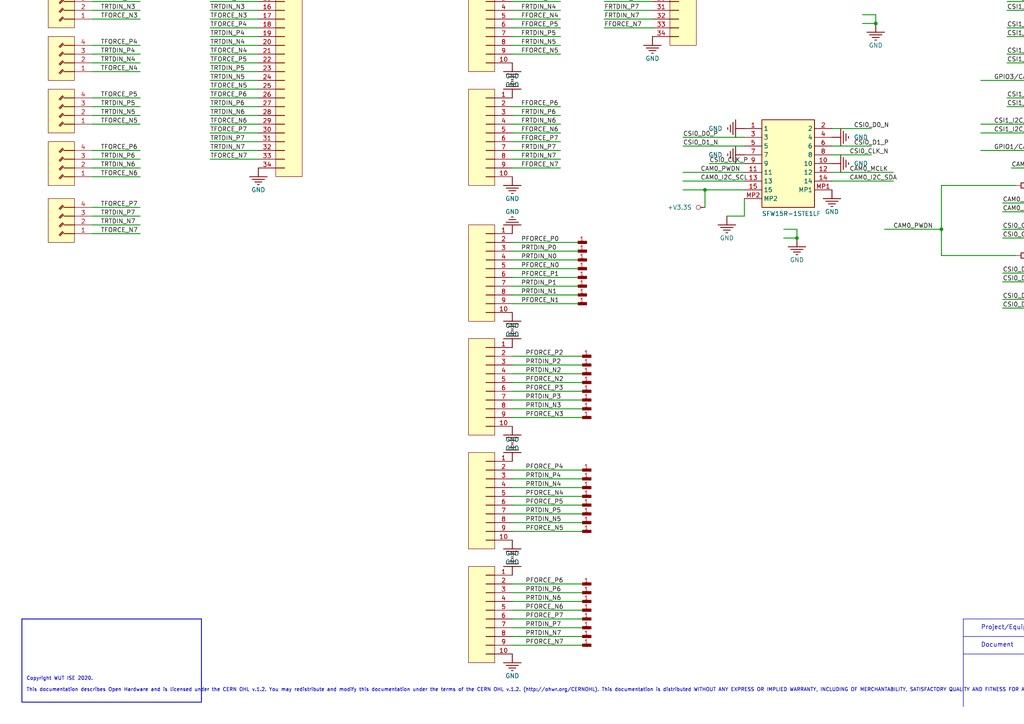
<source format=kicad_sch>
(kicad_sch (version 20220622) (generator eeschema)
  (paper "A4")
  (title_block (title "various") (rev "2") (company "WUT ISE"))
  (junction (at 254 6.8072))
  (junction (at 231.14 69.0372))
  (junction (at 360.68 8.0772))
  (junction (at 360.68 79.1972))
  (junction (at 360.68 89.3572))
  (junction (at 273.05 66.4972))
  (junction (at 360.68 86.8172))
  (junction (at 360.68 81.7372))
  (junction (at 360.68 10.6172))
  (junction (at 204.47 55.0672))
  (junction (at 360.68 84.2772))
  (junction (at 360.68 76.6572))
  (wire (pts (xy 162.56 -19.8628) (xy 148.59 -19.8628)) (stroke (width 0.254)))
  (wire (pts (xy 162.56 -63.0428) (xy 148.59 -63.0428)) (stroke (width 0.254)))
  (wire (pts (xy 360.68 81.7372) (xy 358.14 81.7372)) (stroke (width 0.254)))
  (wire (pts (xy 40.64 -12.2428) (xy 26.67 -12.2428)) (stroke (width 0.254)))
  (wire (pts (xy 74.93 33.4772) (xy 60.96 33.4772)) (stroke (width 0.254)))
  (wire (pts (xy 162.56 -17.3228) (xy 148.59 -17.3228)) (stroke (width 0.254)))
  (wire (pts (xy 74.93 41.0972) (xy 60.96 41.0972)) (stroke (width 0.254)))
  (wire (pts (xy 307.34 43.6372) (xy 284.48 43.6372)) (stroke (width 0.254)))
  (wire (pts (xy 205.74 47.4472) (xy 215.9 47.4472)) (stroke (width 0.254)))
  (wire (pts (xy 74.93 0.4572) (xy 60.96 0.4572)) (stroke (width 0.254)))
  (wire (pts (xy 198.12 39.8272) (xy 215.9 39.8272)) (stroke (width 0.254)))
  (wire (pts (xy 40.64 -32.5628) (xy 26.67 -32.5628)) (stroke (width 0.254)))
  (wire (pts (xy 74.93 43.6372) (xy 60.96 43.6372)) (stroke (width 0.254)))
  (wire (pts (xy 74.93 30.9372) (xy 60.96 30.9372)) (stroke (width 0.254)))
  (wire (pts (xy 74.93 8.0772) (xy 60.96 8.0772)) (stroke (width 0.254)))
  (wire (pts (xy 74.93 5.5372) (xy 60.96 5.5372)) (stroke (width 0.254)))
  (wire (pts (xy 318.77 -46.5328) (xy 308.61 -46.5328)) (stroke (width 0.254)))
  (wire (pts (xy 40.64 -2.0828) (xy 26.67 -2.0828)) (stroke (width 0.254)))
  (wire (pts (xy 168.91 187.1472) (xy 148.59 187.1472)) (stroke (width 0.254)))
  (wire (pts (xy 204.47 55.0672) (xy 198.12 55.0672)) (stroke (width 0.254)))
  (wire (pts (xy 74.93 -27.4828) (xy 60.96 -27.4828)) (stroke (width 0.254)))
  (wire (pts (xy 74.93 15.6972) (xy 60.96 15.6972)) (stroke (width 0.254)))
  (wire (pts (xy 254 4.2672) (xy 250.19 4.2672)) (stroke (width 0.254)))
  (wire (pts (xy 162.56 33.4772) (xy 148.59 33.4772)) (stroke (width 0.254)))
  (wire (pts (xy 189.23 -42.7228) (xy 175.26 -42.7228)) (stroke (width 0.254)))
  (wire (pts (xy 360.68 86.8172) (xy 358.14 86.8172)) (stroke (width 0.254)))
  (wire (pts (xy 307.34 38.5572) (xy 284.48 38.5572)) (stroke (width 0.254)))
  (wire (pts (xy 269.24 -46.5328) (xy 259.08 -46.5328)) (stroke (width 0.254)))
  (wire (pts (xy 189.23 0.4572) (xy 175.26 0.4572)) (stroke (width 0.254)))
  (wire (pts (xy 162.56 -50.3428) (xy 148.59 -50.3428)) (stroke (width 0.254)))
  (wire (pts (xy 168.91 154.1272) (xy 148.59 154.1272)) (stroke (width 0.254)))
  (wire (pts (xy 307.34 15.6972) (xy 292.1 15.6972)) (stroke (width 0.254)))
  (wire (pts (xy 74.93 -4.6228) (xy 60.96 -4.6228)) (stroke (width 0.254)))
  (wire (pts (xy 360.68 81.7372) (xy 360.68 79.1972)) (stroke (width 0.254)))
  (wire (pts (xy 252.73 44.9072) (xy 241.3 44.9072)) (stroke (width 0.254)))
  (wire (pts (xy 162.56 48.7172) (xy 148.59 48.7172)) (stroke (width 0.254)))
  (wire (pts (xy 360.68 76.6572) (xy 360.68 74.1172)) (stroke (width 0.254)))
  (wire (pts (xy 167.64 75.3872) (xy 148.59 75.3872)) (stroke (width 0.254)))
  (wire (pts (xy 162.56 -65.5828) (xy 148.59 -65.5828)) (stroke (width 0.254)))
  (wire (pts (xy 168.91 105.8672) (xy 148.59 105.8672)) (stroke (width 0.254)))
  (wire (pts (xy 168.91 146.5072) (xy 148.59 146.5072)) (stroke (width 0.254)))
  (wire (pts (xy 307.34 66.4972) (xy 290.83 66.4972)) (stroke (width 0.254)))
  (wire (pts (xy 189.23 -22.4028) (xy 175.26 -22.4028)) (stroke (width 0.254)))
  (wire (pts (xy 40.64 18.2372) (xy 26.67 18.2372)) (stroke (width 0.254)))
  (wire (pts (xy 162.56 -35.1028) (xy 148.59 -35.1028)) (stroke (width 0.254)))
  (wire (pts (xy 189.23 -4.6228) (xy 175.26 -4.6228)) (stroke (width 0.254)))
  (wire (pts (xy 307.34 74.1172) (xy 302.26 74.1172)) (stroke (width 0.254)))
  (wire (pts (xy 250.19 6.8072) (xy 254 6.8072)) (stroke (width 0.254)))
  (wire (pts (xy 40.64 48.7172) (xy 26.67 48.7172)) (stroke (width 0.254)))
  (wire (pts (xy 374.65 -56.6928) (xy 359.41 -56.6928)) (stroke (width 0.254)))
  (wire (pts (xy 74.93 -9.7028) (xy 60.96 -9.7028)) (stroke (width 0.254)))
  (wire (pts (xy 74.93 -2.0828) (xy 60.96 -2.0828)) (stroke (width 0.254)))
  (wire (pts (xy 40.64 65.2272) (xy 26.67 65.2272)) (stroke (width 0.254)))
  (wire (pts (xy 204.47 60.1472) (xy 204.47 55.0672)) (stroke (width 0.254)))
  (wire (pts (xy 167.64 85.5472) (xy 148.59 85.5472)) (stroke (width 0.254)))
  (wire (pts (xy 162.56 -68.1228) (xy 148.59 -68.1228)) (stroke (width 0.254)))
  (wire (pts (xy 307.34 8.0772) (xy 292.1 8.0772)) (stroke (width 0.254)))
  (wire (pts (xy 74.93 38.5572) (xy 60.96 38.5572)) (stroke (width 0.254)))
  (wire (pts (xy 189.23 -7.1628) (xy 175.26 -7.1628)) (stroke (width 0.254)))
  (wire (pts (xy 162.56 38.5572) (xy 148.59 38.5572)) (stroke (width 0.254)))
  (wire (pts (xy 360.68 86.8172) (xy 360.68 84.2772)) (stroke (width 0.254)))
  (wire (pts (xy 74.93 18.2372) (xy 60.96 18.2372)) (stroke (width 0.254)))
  (wire (pts (xy 307.34 23.3172) (xy 284.48 23.3172)) (stroke (width 0.254)))
  (wire (pts (xy 360.68 23.3172) (xy 360.68 20.7772)) (stroke (width 0.254)))
  (wire (pts (xy 189.23 -68.1228) (xy 175.26 -68.1228)) (stroke (width 0.254)))
  (wire (pts (xy 189.23 -27.4828) (xy 175.26 -27.4828)) (stroke (width 0.254)))
  (wire (pts (xy 167.64 72.8472) (xy 148.59 72.8472)) (stroke (width 0.254)))
  (wire (pts (xy 189.23 -12.2428) (xy 175.26 -12.2428)) (stroke (width 0.254)))
  (wire (pts (xy 40.64 60.1472) (xy 26.67 60.1472)) (stroke (width 0.254)))
  (wire (pts (xy 40.64 -27.4828) (xy 26.67 -27.4828)) (stroke (width 0.254)))
  (wire (pts (xy 307.34 89.3572) (xy 290.83 89.3572)) (stroke (width 0.254)))
  (wire (pts (xy 74.93 2.9972) (xy 60.96 2.9972)) (stroke (width 0.254)))
  (wire (pts (xy 360.68 84.2772) (xy 358.14 84.2772)) (stroke (width 0.254)))
  (wire (pts (xy 307.34 69.0372) (xy 290.83 69.0372)) (stroke (width 0.254)))
  (wire (pts (xy 40.64 0.4572) (xy 26.67 0.4572)) (stroke (width 0.254)))
  (wire (pts (xy 342.9 -56.6928) (xy 332.74 -56.6928)) (stroke (width 0.254)))
  (wire (pts (xy 168.91 149.0472) (xy 148.59 149.0472)) (stroke (width 0.254)))
  (wire (pts (xy 162.56 -24.9428) (xy 148.59 -24.9428)) (stroke (width 0.254)))
  (wire (pts (xy 162.56 2.9972) (xy 148.59 2.9972)) (stroke (width 0.254)))
  (wire (pts (xy 307.34 30.9372) (xy 292.1 30.9372)) (stroke (width 0.254)))
  (wire (pts (xy 307.34 0.4572) (xy 292.1 0.4572)) (stroke (width 0.254)))
  (wire (pts (xy 198.12 42.3672) (xy 215.9 42.3672)) (stroke (width 0.254)))
  (wire (pts (xy 40.64 30.9372) (xy 26.67 30.9372)) (stroke (width 0.254)))
  (wire (pts (xy 40.64 43.6372) (xy 26.67 43.6372)) (stroke (width 0.254)))
  (wire (pts (xy 189.23 -45.2628) (xy 175.26 -45.2628)) (stroke (width 0.254)))
  (wire (pts (xy 360.68 10.6172) (xy 364.49 10.6172)) (stroke (width 0.254)))
  (wire (pts (xy 40.64 2.9972) (xy 26.67 2.9972)) (stroke (width 0.254)))
  (wire (pts (xy 342.9 -46.5328) (xy 332.74 -46.5328)) (stroke (width 0.254)))
  (wire (pts (xy 162.56 8.0772) (xy 148.59 8.0772)) (stroke (width 0.254)))
  (wire (pts (xy 360.68 10.6172) (xy 358.14 10.6172)) (stroke (width 0.254)))
  (wire (pts (xy 189.23 5.5372) (xy 175.26 5.5372)) (stroke (width 0.254)))
  (wire (pts (xy 40.64 -40.1828) (xy 26.67 -40.1828)) (stroke (width 0.254)))
  (wire (pts (xy 360.68 74.1172) (xy 358.14 74.1172)) (stroke (width 0.254)))
  (wire (pts (xy 162.56 -32.5628) (xy 148.59 -32.5628)) (stroke (width 0.254)))
  (wire (pts (xy 74.93 23.3172) (xy 60.96 23.3172)) (stroke (width 0.254)))
  (wire (pts (xy 252.73 37.2872) (xy 241.3 37.2872)) (stroke (width 0.254)))
  (wire (pts (xy 318.77 -56.6928) (xy 308.61 -56.6928)) (stroke (width 0.254)))
  (wire (pts (xy 74.93 36.0172) (xy 60.96 36.0172)) (stroke (width 0.254)))
  (wire (pts (xy 40.64 28.3972) (xy 26.67 28.3972)) (stroke (width 0.254)))
  (wire (pts (xy 74.93 -14.7828) (xy 60.96 -14.7828)) (stroke (width 0.254)))
  (wire (pts (xy 189.23 -30.0228) (xy 175.26 -30.0228)) (stroke (width 0.254)))
  (wire (pts (xy 162.56 -22.4028) (xy 148.59 -22.4028)) (stroke (width 0.254)))
  (wire (pts (xy 162.56 5.5372) (xy 148.59 5.5372)) (stroke (width 0.254)))
  (wire (pts (xy 168.91 176.9872) (xy 148.59 176.9872)) (stroke (width 0.254)))
  (wire (pts (xy 162.56 -57.9628) (xy 148.59 -57.9628)) (stroke (width 0.254)))
  (wire (pts (xy 168.91 171.9072) (xy 148.59 171.9072)) (stroke (width 0.254)))
  (wire (pts (xy 167.64 83.0072) (xy 148.59 83.0072)) (stroke (width 0.254)))
  (wire (pts (xy 198.12 52.5272) (xy 215.9 52.5272)) (stroke (width 0.254)))
  (wire (pts (xy 227.33 69.0372) (xy 231.14 69.0372)) (stroke (width 0.254)))
  (wire (pts (xy 168.91 184.6072) (xy 148.59 184.6072)) (stroke (width 0.254)))
  (wire (pts (xy 74.93 28.3972) (xy 60.96 28.3972)) (stroke (width 0.254)))
  (wire (pts (xy 168.91 179.5272) (xy 148.59 179.5272)) (stroke (width 0.254)))
  (wire (pts (xy 40.64 -42.7228) (xy 26.67 -42.7228)) (stroke (width 0.254)))
  (wire (pts (xy 40.64 13.1572) (xy 26.67 13.1572)) (stroke (width 0.254)))
  (wire (pts (xy 294.64 74.1172) (xy 273.05 74.1172)) (stroke (width 0.254)))
  (wire (pts (xy 307.34 -7.1628) (xy 292.1 -7.1628)) (stroke (width 0.254)))
  (wire (pts (xy 162.56 10.6172) (xy 148.59 10.6172)) (stroke (width 0.254)))
  (wire (pts (xy 307.34 -4.6228) (xy 292.1 -4.6228)) (stroke (width 0.254)))
  (wire (pts (xy 40.64 36.0172) (xy 26.67 36.0172)) (stroke (width 0.254)))
  (wire (pts (xy 162.56 36.0172) (xy 148.59 36.0172)) (stroke (width 0.254)))
  (wire (pts (xy 162.56 15.6972) (xy 148.59 15.6972)) (stroke (width 0.254)))
  (wire (pts (xy 168.91 151.5872) (xy 148.59 151.5872)) (stroke (width 0.254)))
  (wire (pts (xy 40.64 -9.7028) (xy 26.67 -9.7028)) (stroke (width 0.254)))
  (wire (pts (xy 307.34 28.3972) (xy 292.1 28.3972)) (stroke (width 0.254)))
  (wire (pts (xy 74.93 -22.4028) (xy 60.96 -22.4028)) (stroke (width 0.254)))
  (wire (pts (xy 162.56 0.4572) (xy 148.59 0.4572)) (stroke (width 0.254)))
  (wire (pts (xy 168.91 169.3672) (xy 148.59 169.3672)) (stroke (width 0.254)))
  (wire (pts (xy 189.23 -2.0828) (xy 175.26 -2.0828)) (stroke (width 0.254)))
  (wire (pts (xy 168.91 110.9472) (xy 148.59 110.9472)) (stroke (width 0.254)))
  (wire (pts (xy 307.34 10.6172) (xy 292.1 10.6172)) (stroke (width 0.254)))
  (wire (pts (xy 189.23 -63.0428) (xy 175.26 -63.0428)) (stroke (width 0.254)))
  (wire (pts (xy 360.68 79.1972) (xy 360.68 76.6572)) (stroke (width 0.254)))
  (wire (pts (xy 189.23 2.9972) (xy 175.26 2.9972)) (stroke (width 0.254)))
  (wire (pts (xy 40.64 5.5372) (xy 26.67 5.5372)) (stroke (width 0.254)))
  (wire (pts (xy 168.91 103.3272) (xy 148.59 103.3272)) (stroke (width 0.254)))
  (wire (pts (xy 215.9 55.0672) (xy 204.47 55.0672)) (stroke (width 0.254)))
  (wire (pts (xy 74.93 -19.8628) (xy 60.96 -19.8628)) (stroke (width 0.254)))
  (wire (pts (xy 74.93 -17.3228) (xy 60.96 -17.3228)) (stroke (width 0.254)))
  (wire (pts (xy 189.23 -52.8828) (xy 175.26 -52.8828)) (stroke (width 0.254)))
  (wire (pts (xy 307.34 2.9972) (xy 292.1 2.9972)) (stroke (width 0.254)))
  (wire (pts (xy 162.56 -30.0228) (xy 148.59 -30.0228)) (stroke (width 0.254)))
  (wire (pts (xy 273.05 74.1172) (xy 273.05 66.4972)) (stroke (width 0.254)))
  (wire (pts (xy 360.68 8.0772) (xy 360.68 10.6172)) (stroke (width 0.254)))
  (wire (pts (xy 168.91 136.3472) (xy 148.59 136.3472)) (stroke (width 0.254)))
  (wire (pts (xy 40.64 -45.2628) (xy 26.67 -45.2628)) (stroke (width 0.254)))
  (wire (pts (xy 360.68 76.6572) (xy 358.14 76.6572)) (stroke (width 0.254)))
  (wire (pts (xy 40.64 62.6872) (xy 26.67 62.6872)) (stroke (width 0.254)))
  (wire (pts (xy 360.68 84.2772) (xy 360.68 81.7372)) (stroke (width 0.254)))
  (wire (pts (xy 307.34 81.7372) (xy 290.83 81.7372)) (stroke (width 0.254)))
  (wire (pts (xy 198.12 49.9872) (xy 215.9 49.9872)) (stroke (width 0.254)))
  (wire (pts (xy 40.64 51.2572) (xy 26.67 51.2572)) (stroke (width 0.254)))
  (wire (pts (xy 167.64 88.0872) (xy 148.59 88.0872)) (stroke (width 0.254)))
  (wire (pts (xy 168.91 174.4472) (xy 148.59 174.4472)) (stroke (width 0.254)))
  (wire (pts (xy 215.9 62.6872) (xy 215.9 57.6072)) (stroke (width 0.254)))
  (wire (pts (xy 189.23 -9.7028) (xy 175.26 -9.7028)) (stroke (width 0.254)))
  (wire (pts (xy 360.68 8.0772) (xy 358.14 8.0772)) (stroke (width 0.254)))
  (wire (pts (xy 231.14 69.0372) (xy 231.14 66.4972)) (stroke (width 0.254)))
  (wire (pts (xy 40.64 33.4772) (xy 26.67 33.4772)) (stroke (width 0.254)))
  (wire (pts (xy 162.56 30.9372) (xy 148.59 30.9372)) (stroke (width 0.254)))
  (wire (pts (xy 74.93 13.1572) (xy 60.96 13.1572)) (stroke (width 0.254)))
  (wire (pts (xy 74.93 10.6172) (xy 60.96 10.6172)) (stroke (width 0.254)))
  (wire (pts (xy 189.23 -35.1028) (xy 175.26 -35.1028)) (stroke (width 0.254)))
  (wire (pts (xy 162.56 13.1572) (xy 148.59 13.1572)) (stroke (width 0.254)))
  (wire (pts (xy 189.23 -55.4228) (xy 175.26 -55.4228)) (stroke (width 0.254)))
  (wire (pts (xy 294.64 -56.6928) (xy 284.48 -56.6928)) (stroke (width 0.254)))
  (wire (pts (xy 162.56 -60.5028) (xy 148.59 -60.5028)) (stroke (width 0.254)))
  (wire (pts (xy 168.91 138.8872) (xy 148.59 138.8872)) (stroke (width 0.254)))
  (wire (pts (xy 40.64 -14.7828) (xy 26.67 -14.7828)) (stroke (width 0.254)))
  (wire (pts (xy 307.34 18.2372) (xy 292.1 18.2372)) (stroke (width 0.254)))
  (wire (pts (xy 360.68 91.8972) (xy 360.68 89.3572)) (stroke (width 0.254)))
  (wire (pts (xy 168.91 108.4072) (xy 148.59 108.4072)) (stroke (width 0.254)))
  (wire (pts (xy 74.93 46.1772) (xy 60.96 46.1772)) (stroke (width 0.254)))
  (wire (pts (xy 168.91 118.5672) (xy 148.59 118.5672)) (stroke (width 0.254)))
  (wire (pts (xy 307.34 48.7172) (xy 293.37 48.7172)) (stroke (width 0.254)))
  (wire (pts (xy 231.14 66.4972) (xy 227.33 66.4972)) (stroke (width 0.254)))
  (wire (pts (xy 40.64 46.1772) (xy 26.67 46.1772)) (stroke (width 0.254)))
  (wire (pts (xy 360.68 13.1572) (xy 360.68 10.6172)) (stroke (width 0.254)))
  (wire (pts (xy 74.93 -32.5628) (xy 60.96 -32.5628)) (stroke (width 0.254)))
  (wire (pts (xy 307.34 61.4172) (xy 290.83 61.4172)) (stroke (width 0.254)))
  (wire (pts (xy 167.64 80.4672) (xy 148.59 80.4672)) (stroke (width 0.254)))
  (wire (pts (xy 74.93 -12.2428) (xy 60.96 -12.2428)) (stroke (width 0.254)))
  (wire (pts (xy 189.23 -47.8028) (xy 175.26 -47.8028)) (stroke (width 0.254)))
  (wire (pts (xy 40.64 -47.8028) (xy 26.67 -47.8028)) (stroke (width 0.254)))
  (wire (pts (xy 168.91 143.9672) (xy 148.59 143.9672)) (stroke (width 0.254)))
  (wire (pts (xy 167.64 77.9272) (xy 148.59 77.9272)) (stroke (width 0.254)))
  (wire (pts (xy 360.68 89.3572) (xy 360.68 86.8172)) (stroke (width 0.254)))
  (wire (pts (xy 40.64 67.7672) (xy 26.67 67.7672)) (stroke (width 0.254)))
  (wire (pts (xy 162.56 -27.4828) (xy 148.59 -27.4828)) (stroke (width 0.254)))
  (wire (pts (xy 40.64 -24.9428) (xy 26.67 -24.9428)) (stroke (width 0.254)))
  (wire (pts (xy 307.34 86.8172) (xy 290.83 86.8172)) (stroke (width 0.254)))
  (wire (pts (xy 162.56 -52.8828) (xy 148.59 -52.8828)) (stroke (width 0.254)))
  (wire (pts (xy 360.68 8.0772) (xy 360.68 5.5372)) (stroke (width 0.254)))
  (wire (pts (xy 40.64 15.6972) (xy 26.67 15.6972)) (stroke (width 0.254)))
  (wire (pts (xy 168.91 121.1072) (xy 148.59 121.1072)) (stroke (width 0.254)))
  (wire (pts (xy 168.91 141.4272) (xy 148.59 141.4272)) (stroke (width 0.254)))
  (wire (pts (xy 259.08 52.5272) (xy 241.3 52.5272)) (stroke (width 0.254)))
  (wire (pts (xy 307.34 36.0172) (xy 284.48 36.0172)) (stroke (width 0.254)))
  (wire (pts (xy 40.64 -30.0228) (xy 26.67 -30.0228)) (stroke (width 0.254)))
  (wire (pts (xy 307.34 53.7972) (xy 302.26 53.7972)) (stroke (width 0.254)))
  (wire (pts (xy 40.64 -17.3228) (xy 26.67 -17.3228)) (stroke (width 0.254)))
  (wire (pts (xy 168.91 113.4872) (xy 148.59 113.4872)) (stroke (width 0.254)))
  (wire (pts (xy 189.23 -24.9428) (xy 175.26 -24.9428)) (stroke (width 0.254)))
  (wire (pts (xy 189.23 -40.1828) (xy 175.26 -40.1828)) (stroke (width 0.254)))
  (wire (pts (xy 167.64 70.3072) (xy 148.59 70.3072)) (stroke (width 0.254)))
  (wire (pts (xy 189.23 -19.8628) (xy 175.26 -19.8628)) (stroke (width 0.254)))
  (wire (pts (xy 74.93 20.7772) (xy 60.96 20.7772)) (stroke (width 0.254)))
  (wire (pts (xy 360.68 89.3572) (xy 358.14 89.3572)) (stroke (width 0.254)))
  (wire (pts (xy 273.05 66.4972) (xy 273.05 53.7972)) (stroke (width 0.254)))
  (wire (pts (xy 74.93 -24.9428) (xy 60.96 -24.9428)) (stroke (width 0.254)))
  (wire (pts (xy 168.91 182.0672) (xy 148.59 182.0672)) (stroke (width 0.254)))
  (wire (pts (xy 254 6.8072) (xy 254 4.2672)) (stroke (width 0.254)))
  (wire (pts (xy 162.56 46.1772) (xy 148.59 46.1772)) (stroke (width 0.254)))
  (wire (pts (xy 374.65 -46.5328) (xy 359.41 -46.5328)) (stroke (width 0.254)))
  (wire (pts (xy 40.64 20.7772) (xy 26.67 20.7772)) (stroke (width 0.254)))
  (wire (pts (xy 162.56 41.0972) (xy 148.59 41.0972)) (stroke (width 0.254)))
  (wire (pts (xy 162.56 43.6372) (xy 148.59 43.6372)) (stroke (width 0.254)))
  (wire (pts (xy 307.34 79.1972) (xy 290.83 79.1972)) (stroke (width 0.254)))
  (wire (pts (xy 189.23 8.0772) (xy 175.26 8.0772)) (stroke (width 0.254)))
  (wire (pts (xy 74.93 -30.0228) (xy 60.96 -30.0228)) (stroke (width 0.254)))
  (wire (pts (xy 74.93 25.8572) (xy 60.96 25.8572)) (stroke (width 0.254)))
  (wire (pts (xy 74.93 -7.1628) (xy 60.96 -7.1628)) (stroke (width 0.254)))
  (wire (pts (xy 189.23 -57.9628) (xy 175.26 -57.9628)) (stroke (width 0.254)))
  (wire (pts (xy 259.08 49.9872) (xy 241.3 49.9872)) (stroke (width 0.254)))
  (wire (pts (xy 256.54 66.4972) (xy 273.05 66.4972)) (stroke (width 0.254)))
  (wire (pts (xy 162.56 -2.0828) (xy 148.59 -2.0828)) (stroke (width 0.254)))
  (wire (pts (xy 252.73 42.3672) (xy 241.3 42.3672)) (stroke (width 0.254)))
  (wire (pts (xy 189.23 -60.5028) (xy 175.26 -60.5028)) (stroke (width 0.254)))
  (wire (pts (xy 189.23 -14.7828) (xy 175.26 -14.7828)) (stroke (width 0.254)))
  (wire (pts (xy 273.05 53.7972) (xy 294.64 53.7972)) (stroke (width 0.254)))
  (wire (pts (xy 360.68 79.1972) (xy 358.14 79.1972)) (stroke (width 0.254)))
  (wire (pts (xy 189.23 -17.3228) (xy 175.26 -17.3228)) (stroke (width 0.254)))
  (wire (pts (xy 168.91 116.0272) (xy 148.59 116.0272)) (stroke (width 0.254)))
  (wire (pts (xy 189.23 -65.5828) (xy 175.26 -65.5828)) (stroke (width 0.254)))
  (wire (pts (xy 189.23 -50.3428) (xy 175.26 -50.3428)) (stroke (width 0.254)))
  (wire (pts (xy 189.23 -32.5628) (xy 175.26 -32.5628)) (stroke (width 0.254)))
  (wire (pts (xy 307.34 58.8772) (xy 290.83 58.8772)) (stroke (width 0.254)))
  (wire (pts (xy 189.23 -37.6428) (xy 175.26 -37.6428)) (stroke (width 0.254)))
  (wire (pts (xy 210.82 62.6872) (xy 215.9 62.6872)) (stroke (width 0.254)))
  (wire (pts (xy 269.24 -56.6928) (xy 259.08 -56.6928)) (stroke (width 0.254)))
  (wire (pts (xy 294.64 -46.5328) (xy 284.48 -46.5328)) (stroke (width 0.254)))
  (wire (pts (xy 162.56 -55.4228) (xy 148.59 -55.4228)) (stroke (width 0.254)))
  (wire (pts (xy 189.23 -70.6628) (xy 175.26 -70.6628)) (stroke (width 0.254)))
  (polyline (pts (xy 414.02 187.1472) (xy 360.68 187.1472)) (stroke (width 0) (type solid)))
  (polyline (pts (xy 360.68 184.6072) (xy 360.68 199.8472)) (stroke (width 0) (type solid)))
  (polyline (pts (xy 342.9 199.8472) (xy 342.9 204.9272)) (stroke (width 0) (type solid)))
  (polyline (pts (xy 58.42 179.5272) (xy 6.35 179.5272) (xy 6.35 203.6572) (xy 58.42 203.6572) (xy 58.42 179.5272)) (stroke (width 0.254) (type solid)))
  (polyline (pts (xy 414.02 192.2272) (xy 360.68 192.2272)) (stroke (width 0) (type solid)))
  (polyline (pts (xy 414.02 179.5272) (xy 279.4 179.5272)) (stroke (width 0) (type solid)))
  (polyline (pts (xy 414.02 189.6872) (xy 360.68 189.6872)) (stroke (width 0) (type solid)))
  (polyline (pts (xy 414.02 199.8472) (xy 297.18 199.8472)) (stroke (width 0) (type solid)))
  (polyline (pts (xy 279.4 179.5272) (xy 279.4 204.9272)) (stroke (width 0) (type solid)))
  (polyline (pts (xy 297.18 189.6872) (xy 297.18 204.9272)) (stroke (width 0) (type solid)))
  (polyline (pts (xy 408.94 199.8472) (xy 408.94 204.9272)) (stroke (width 0) (type solid)))
  (polyline (pts (xy 414.02 197.3072) (xy 360.68 197.3072)) (stroke (width 0) (type solid)))
  (polyline (pts (xy 403.86 199.8472) (xy 403.86 204.9272)) (stroke (width 0) (type solid)))
  (polyline (pts (xy 396.24 184.6072) (xy 396.24 194.7672)) (stroke (width 0) (type solid)))
  (polyline (pts (xy 414.02 194.7672) (xy 360.68 194.7672)) (stroke (width 0) (type solid)))
  (polyline (pts (xy 297.18 189.6872) (xy 279.4 189.6872)) (stroke (width 0) (type solid)))
  (polyline (pts (xy 414.02 184.6072) (xy 279.4 184.6072)) (stroke (width 0) (type solid)))
  (image (at 288.29 197.3072) (scale 0.500071))
  (text "A3" (at 406.4 202.6412 0) (effects (font (size 1.524 1.524))))
  (text "${CREATEDATE}" (at 398.78 188.4172 0) (effects (font (size 1.27 1.27)) (justify left)))
  (text "${CHECKEDBY}" (at 373.38 190.9572 0) (effects (font (size 1.27 1.27)) (justify left)))
  (text "${DESIGNER}" (at 373.38 185.8772 0) (effects (font (size 1.27 1.27)) (justify left)))
  (text "Copyright WUT ISE 2020.\n\nThis documentation describes Open Hardware and is licensed under the CERN OHL v.1.2. You may redistribute and modify this documentation under the terms of the CERN OHL v.1.2. (http://ohwr.org/CERNOHL). This documentation is distributed WITHOUT ANY EXPRESS OR IMPLIED WARRANTY, INCLUDING OF MERCHANTABILITY, SATISFACTORY QUALITY AND FITNESS FOR A PARTICULAR PURPOSE. Please see the CERN OHL v.1.2 for applicable conditions.\n\n" (at 7.62 202.3872 0) (effects (font (size 1.016 1.016)) (justify left bottom)))
  (text "${TITLE}" (at 327.66 189.6872 0) (effects (font (size 2.54 2.54) bold italic)))
  (text "Last Mod." (at 363.22 193.4972 0) (effects (font (size 1.27 1.27)) (justify left)))
  (text "${MODIFIEDDATE}" (at 398.78 193.4972 0) (effects (font (size 1.27 1.27)) (justify left)))
  (text "${ADDRESS3}" (at 358.14 202.3872 0) (effects (font (size 1.27 1.27)) (justify left)))
  (text "${ADDRESS1}" (at 302.26 201.1172 0) (effects (font (size 1.27 1.27) italic) (justify left)))
  (text "${PROJECTNAME}" (at 307.34 182.0672 0) (effects (font (size 1.524 1.524)) (justify left)))
  (text "Size" (at 406.4 200.6092 0) (effects (font (size 0.762 0.762))))
  (text "${CURRENT_DATE}" (at 373.38 198.5772 0) (effects (font (size 1.016 1.016)) (justify left)))
  (text "${##}" (at 410.21 198.5772 0) (effects (font (size 1.27 1.27))))
  (text "${FILENAME}" (at 373.38 196.0372 0) (effects (font (size 1.27 1.27)) (justify left)))
  (text "File" (at 363.22 196.0372 0) (effects (font (size 1.27 1.27)) (justify left)))
  (text "Project/Equipment" (at 284.48 182.0672 0) (effects (font (size 1.27 1.27)) (justify left)))
  (text "${REVISION}" (at 411.48 202.6412 0) (effects (font (size 1.524 1.524))))
  (text "${TITLE2}" (at 327.66 194.7672 0) (effects (font (size 2.54 2.54) bold italic)))
  (text "Designer" (at 363.22 185.8772 0) (effects (font (size 1.27 1.27)) (justify left)))
  (text "Rev" (at 411.48 200.6092 0) (effects (font (size 0.762 0.762))))
  (text "${DRAWNBY}" (at 373.38 188.4172 0) (effects (font (size 1.27 1.27)) (justify left)))
  (text "of" (at 407.67 198.5772 0) (effects (font (size 1.27 1.27))))
  (text "${CURRENTTIME}" (at 383.54 198.5772 0) (effects (font (size 1.016 1.016)) (justify left)))
  (text "Pinout according to SGET QSeven 2.0 Addendum A2.00\n\nCSI2/3 is not hotplug capable -> no ESD protection" (at 304.8 121.1072 0) (effects (font (size 0.889 0.889)) (justify left bottom)))
  (text "${CHECKEDDATE}" (at 398.78 190.9572 0) (effects (font (size 1.27 1.27)) (justify left)))
  (text "Sheet" (at 402.59 198.5772 0) (effects (font (size 1.27 1.27)) (justify right)))
  (text "Document" (at 284.48 187.1472 0) (effects (font (size 1.27 1.27)) (justify left)))
  (text "Print Date" (at 363.22 198.5772 0) (effects (font (size 1.016 1.016)) (justify left)))
  (text "CSI2/3 Flatfoil Connector" (at 304.8 -17.3228 0) (effects (font (size 2.286 2.286) bold) (justify left bottom)))
  (text "${MODIFIEDBY}" (at 373.38 193.4972 0) (effects (font (size 1.27 1.27)) (justify left)))
  (text "Check.by" (at 363.22 190.9572 0) (effects (font (size 1.27 1.27)) (justify left)))
  (text "Drawn by" (at 363.22 188.4172 0) (effects (font (size 1.27 1.27)) (justify left)))
  (text "${#}" (at 405.13 198.5772 0) (effects (font (size 1.27 1.27))))
  (text "Contact" (at 346.71 202.3872 0) (effects (font (size 1.27 1.27)) (justify left)))
  (text "${ADDRESS2}" (at 302.26 203.6572 0) (effects (font (size 1.27 1.27) italic) (justify left)))
  (label "TFORCE_N0" (at 29.21 -40.1828 0))
  (label "FFORCE_P0" (at 175.26 -70.6628 0))
  (label "TRTDIN_N5" (at 60.96 23.3172 0))
  (label "TFORCE_N1" (at 60.96 -14.7828 0))
  (label "FRTDIN_P0" (at 151.13 -65.5828 0))
  (label "FRTDIN_P1" (at 175.26 -57.9628 0))
  (label "PRTDIN_P5" (at 152.4 149.0472 0))
  (label "PRTDIN_N0" (at 151.13 75.3872 0))
  (label "FRTDIN_P5" (at 151.13 10.6172 0))
  (label "FRTDIN_N3" (at 175.26 -35.1028 0))
  (label "CSI1_RX3_N" (at 334.01 -46.5328 0))
  (label "FRTDIN_P4" (at 151.13 0.4572 0))
  (label "TRTDIN_P7" (at 29.21 62.6872 0))
  (label "CSI1_RX0_P" (at 292.1 -7.1628 0))
  (label "TRTDIN_N7" (at 60.96 43.6372 0))
  (label "TFORCE_N7" (at 29.21 67.7672 0))
  (label "TFORCE_P7" (at 29.21 60.1472 0))
  (label "CSI1_RX3_P" (at 334.01 -56.6928 0))
  (label "TFORCE_P6" (at 29.21 43.6372 0))
  (label "FRTDIN_N6" (at 175.26 -4.6228 0))
  (label "TRTDIN_P6" (at 29.21 46.1772 0))
  (label "TFORCE_N0" (at 60.96 -24.9428 0))
  (label "CAM0_I2C_SCL" (at 290.83 58.8772 0))
  (label "PFORCE_N6" (at 152.4 176.9872 0))
  (label "TRTDIN_N2" (at 60.96 -7.1628 0))
  (label "FFORCE_N5" (at 151.13 15.6972 0))
  (label "TFORCE_N1" (at 29.21 -24.9428 0))
  (label "CSI1_I2C_DAT" (at 288.29 38.5572 0))
  (label "FFORCE_N1" (at 175.26 -52.8828 0))
  (label "TRTDIN_N1" (at 29.21 -27.4828 0))
  (label "PFORCE_P0" (at 151.13 70.3072 0))
  (label "FFORCE_N6" (at 151.13 38.5572 0))
  (label "FRTDIN_P3" (at 151.13 -22.4028 0))
  (label "PRTDIN_P3" (at 152.4 116.0272 0))
  (label "FFORCE_N5" (at 175.26 -12.2428 0))
  (label "CSI1_CLK_N" (at 292.1 30.9372 0))
  (label "FFORCE_N0" (at 175.26 -63.0428 0))
  (label "FFORCE_N0" (at 151.13 -60.5028 0))
  (label "GPIO1/CAM1_PWR#" (at 288.29 43.6372 0))
  (label "CSI1_RX1_N" (at 292.1 2.9972 0))
  (label "FFORCE_N6" (at 175.26 -2.0828 0))
  (label "PRTDIN_N3" (at 152.4 118.5672 0))
  (label "FRTDIN_N4" (at 151.13 2.9972 0))
  (label "FFORCE_N3" (at 151.13 -17.3228 0))
  (label "FFORCE_P5" (at 175.26 -19.8628 0))
  (label "PRTDIN_P4" (at 152.4 138.8872 0))
  (label "CSI0_CLK_P" (at 205.74 47.4472 0))
  (label "FRTDIN_N0" (at 175.26 -65.5828 0))
  (label "TFORCE_P5" (at 60.96 18.2372 0))
  (label "FRTDIN_N6" (at 151.13 36.0172 0))
  (label "TFORCE_N6" (at 29.21 51.2572 0))
  (label "TFORCE_N5" (at 29.21 36.0172 0))
  (label "FRTDIN_N1" (at 151.13 -52.8828 0))
  (label "FRTDIN_N5" (at 151.13 13.1572 0))
  (label "FRTDIN_N5" (at 175.26 -14.7828 0))
  (label "TFORCE_P1" (at 29.21 -32.5628 0))
  (label "FRTDIN_N3" (at 151.13 -19.8628 0))
  (label "FFORCE_P4" (at 151.13 -2.0828 0))
  (label "CSI0_D0_N" (at 290.83 81.7372 0))
  (label "PFORCE_P5" (at 152.4 146.5072 0))
  (label "FRTDIN_P2" (at 175.26 -47.8028 0))
  (label "CSI1_RX3_P" (at 292.1 15.6972 0))
  (label "FFORCE_N2" (at 151.13 -27.4828 0))
  (label "CSI1_CLK_P" (at 361.95 -56.6928 0))
  (label "PFORCE_N1" (at 151.13 88.0872 0))
  (label "CSI0_D1_N" (at 198.12 42.3672 0))
  (label "CSI0_D0_P" (at 290.83 79.1972 0))
  (label "CSI1_CLK_P" (at 292.1 28.3972 0))
  (label "TRTDIN_N0" (at 29.21 -42.7228 0))
  (label "TFORCE_P5" (at 29.21 28.3972 0))
  (label "PRTDIN_P1" (at 151.13 83.0072 0))
  (label "PFORCE_P1" (at 151.13 80.4672 0))
  (label "FRTDIN_P6" (at 151.13 33.4772 0))
  (label "TRTDIN_N1" (at 60.96 -17.3228 0))
  (label "TFORCE_P6" (at 60.96 28.3972 0))
  (label "CSI1_RX0_N" (at 260.35 -46.5328 0))
  (label "CSI1_RX2_P" (at 308.61 -56.6928 0))
  (label "TRTDIN_P1" (at 60.96 -19.8628 0))
  (label "CSI0_CLK_P" (at 290.83 66.4972 0))
  (label "FRTDIN_P4" (at 175.26 -27.4828 0))
  (label "FFORCE_P7" (at 175.26 0.4572 0))
  (label "TFORCE_N6" (at 60.96 36.0172 0))
  (label "TRTDIN_N4" (at 60.96 13.1572 0))
  (label "FFORCE_P5" (at 151.13 8.0772 0))
  (label "TFORCE_N4" (at 60.96 15.6972 0))
  (label "PRTDIN_N7" (at 152.4 184.6072 0))
  (label "PFORCE_N5" (at 152.4 154.1272 0))
  (label "TFORCE_N5" (at 60.96 25.8572 0))
  (label "FFORCE_P6" (at 175.26 -9.7028 0))
  (label "FRTDIN_N0" (at 151.13 -63.0428 0))
  (label "FRTDIN_N4" (at 175.26 -24.9428 0))
  (label "PRTDIN_N4" (at 152.4 141.4272 0))
  (label "FRTDIN_P1" (at 151.13 -55.4228 0))
  (label "FRTDIN_N7" (at 151.13 46.1772 0))
  (label "CSI1_RX3_N" (at 292.1 18.2372 0))
  (label "FFORCE_P3" (at 151.13 -24.9428 0))
  (label "FRTDIN_P7" (at 151.13 43.6372 0))
  (label "TRTDIN_P4" (at 60.96 10.6172 0))
  (label "CSI1_RX1_P" (at 292.1 0.4572 0))
  (label "TFORCE_P0" (at 29.21 -47.8028 0))
  (label "TFORCE_N4" (at 29.21 20.7772 0))
  (label "FFORCE_P2" (at 151.13 -35.1028 0))
  (label "FRTDIN_N1" (at 175.26 -55.4228 0))
  (label "TFORCE_N3" (at 29.21 5.5372 0))
  (label "TRTDIN_P2" (at 60.96 -9.7028 0))
  (label "CSI1_RX0_N" (at 292.1 -4.6228 0))
  (label "TRTDIN_N4" (at 29.21 18.2372 0))
  (label "TRTDIN_P0" (at 60.96 -30.0228 0))
  (label "CAM0_I2C_SDA" (at 290.83 61.4172 0))
  (label "TFORCE_P3" (at 60.96 -2.0828 0))
  (label "PRTDIN_P6" (at 152.4 171.9072 0))
  (label "FRTDIN_N2" (at 175.26 -45.2628 0))
  (label "CSI1_RX2_N" (at 308.61 -46.5328 0))
  (label "TFORCE_N2" (at 60.96 -4.6228 0))
  (label "FFORCE_N4" (at 175.26 -22.4028 0))
  (label "PRTDIN_N2" (at 152.4 108.4072 0))
  (label "PRTDIN_P0" (at 151.13 72.8472 0))
  (label "PRTDIN_N1" (at 151.13 85.5472 0))
  (label "TRTDIN_N0" (at 60.96 -27.4828 0))
  (label "TRTDIN_N3" (at 60.96 2.9972 0))
  (label "CAM0_PWDN" (at 259.08 66.4972 0))
  (label "TFORCE_P2" (at 29.21 -17.3228 0))
  (label "TFORCE_N3" (at 60.96 5.5372 0))
  (label "PFORCE_N3" (at 152.4 121.1072 0))
  (label "FRTDIN_N7" (at 175.26 5.5372 0))
  (label "TFORCE_N2" (at 29.21 -9.7028 0))
  (label "TRTDIN_N5" (at 29.21 33.4772 0))
  (label "TFORCE_P4" (at 60.96 8.0772 0))
  (label "PFORCE_N7" (at 152.4 187.1472 0))
  (label "FFORCE_N4" (at 151.13 5.5372 0))
  (label "PRTDIN_N5" (at 152.4 151.5872 0))
  (label "TRTDIN_P0" (at 29.21 -45.2628 0))
  (label "PFORCE_P2" (at 152.4 103.3272 0))
  (label "CSI1_I2C_CLK" (at 288.29 36.0172 0))
  (label "PRTDIN_P2" (at 152.4 105.8672 0))
  (label "TRTDIN_N6" (at 60.96 33.4772 0))
  (label "CSI0_CLK_N" (at 290.83 69.0372 0))
  (label "FRTDIN_P3" (at 175.26 -37.6428 0))
  (label "TRTDIN_P1" (at 29.21 -30.0228 0))
  (label "CAM0_I2C_SCL" (at 203.2 52.5272 0))
  (label "TFORCE_P1" (at 60.96 -22.4028 0))
  (label "FFORCE_P4" (at 175.26 -30.0228 0))
  (label "FRTDIN_N2" (at 151.13 -30.0228 0))
  (label "TFORCE_P4" (at 29.21 13.1572 0))
  (label "FFORCE_N7" (at 175.26 8.0772 0))
  (label "FRTDIN_P5" (at 175.26 -17.3228 0))
  (label "CSI1_RX0_P" (at 260.35 -56.6928 0))
  (label "FFORCE_N7" (at 151.13 48.7172 0))
  (label "CSI0_D1_P" (at 290.83 86.8172 0))
  (label "CSI1_CLK_N" (at 361.95 -46.5328 0))
  (label "FFORCE_P2" (at 175.26 -50.3428 0))
  (label "TRTDIN_N7" (at 29.21 65.2272 0))
  (label "FFORCE_N3" (at 175.26 -32.5628 0))
  (label "TRTDIN_P7" (at 60.96 41.0972 0))
  (label "PFORCE_N2" (at 152.4 110.9472 0))
  (label "CSI0_D1_P" (at 247.65 42.3672 0))
  (label "TRTDIN_N3" (at 29.21 2.9972 0))
  (label "TFORCE_P7" (at 60.96 38.5572 0))
  (label "CAM0_MCLK" (at 246.38 49.9872 0))
  (label "PFORCE_N4" (at 152.4 143.9672 0))
  (label "FFORCE_P1" (at 175.26 -60.5028 0))
  (label "TRTDIN_P4" (at 29.21 15.6972 0))
  (label "FFORCE_P6" (at 151.13 30.9372 0))
  (label "FFORCE_P1" (at 151.13 -57.9628 0))
  (label "GPIO3/CAM1_RST#" (at 288.29 23.3172 0))
  (label "FRTDIN_P2" (at 151.13 -32.5628 0))
  (label "FFORCE_N1" (at 151.13 -50.3428 0))
  (label "TFORCE_N7" (at 60.96 46.1772 0))
  (label "FRTDIN_P7" (at 175.26 2.9972 0))
  (label "CAM0_MCLK" (at 293.37 48.7172 0))
  (label "TRTDIN_P6" (at 60.96 30.9372 0))
  (label "TFORCE_P0" (at 60.96 -32.5628 0))
  (label "TRTDIN_P3" (at 60.96 0.4572 0))
  (label "PFORCE_P6" (at 152.4 169.3672 0))
  (label "CSI0_CLK_N" (at 246.38 44.9072 0))
  (label "PFORCE_P4" (at 152.4 136.3472 0))
  (label "TRTDIN_P5" (at 29.21 30.9372 0))
  (label "CAM0_I2C_SDA" (at 246.38 52.5272 0))
  (label "FRTDIN_P0" (at 175.26 -68.1228 0))
  (label "CSI0_D0_N" (at 247.65 37.2872 0))
  (label "CSI0_D0_P" (at 198.12 39.8272 0))
  (label "CSI1_RX1_P" (at 284.48 -56.6928 0))
  (label "TRTDIN_N6" (at 29.21 48.7172 0))
  (label "TFORCE_P2" (at 60.96 -12.2428 0))
  (label "TRTDIN_P5" (at 60.96 20.7772 0))
  (label "TFORCE_P3" (at 29.21 -2.0828 0))
  (label "CAM0_PWDN" (at 203.2 49.9872 0))
  (label "FFORCE_N2" (at 175.26 -42.7228 0))
  (label "PFORCE_P7" (at 152.4 179.5272 0))
  (label "FFORCE_P7" (at 151.13 41.0972 0))
  (label "TRTDIN_P2" (at 29.21 -14.7828 0))
  (label "PRTDIN_P7" (at 152.4 182.0672 0))
  (label "PFORCE_N0" (at 151.13 77.9272 0))
  (label "CSI0_D1_N" (at 290.83 89.3572 0))
  (label "CSI1_RX2_N" (at 292.1 10.6172 0))
  (label "CSI1_RX1_N" (at 285.75 -46.5328 0))
  (label "TRTDIN_N2" (at 29.21 -12.2428 0))
  (label "FFORCE_P3" (at 175.26 -40.1828 0))
  (label "CSI1_RX2_P" (at 292.1 8.0772 0))
  (label "PFORCE_P3" (at 152.4 113.4872 0))
  (label "FFORCE_P0" (at 151.13 -68.1228 0))
  (label "TRTDIN_P3" (at 29.21 0.4572 0))
  (label "FRTDIN_P6" (at 175.26 -7.1628 0))
  (label "PRTDIN_N6" (at 152.4 174.4472 0))
  (symbol (lib_id "Adapters-altium-import:0_Single Terminal Socket") (at 284.48 36.0172 0) (unit 1)
    (default_instance (reference "U") (unit 1) (value "") (footprint ""))
    (property "Reference" "B9" (effects hide))
    (property "Value" "${FAMILY}" (effects hide))
    (property "Footprint" "c130h80" (effects hide))
    (property "PART NUMBER" "PLATED_HOLE0.8_PAD1.3" (effects hide))
    (property "COMPONENT KIND" "Standard (No BOM)" (effects hide))
    (property "COMPONENT TYPE" "Standard (No BOM)" (effects hide))
    (property "FOOTPRINT" "c130h80" (effects hide))
    (property "PIN COUNT" "1" (effects hide))
    (property "FAMILY" "Plated Hole" (effects hide))
    (property "MOUNTED" "No" (effects hide))
    (property "SOCKET" "No" (effects hide))
    (property "SMD" "No" (effects hide))
    (property "SENSE" "No" (effects hide))
    (property "STATUS" "None" (effects hide))
    (property "PART DESCRIPTION" "Plated Through Hole: Hole Dia.=0.8mm Pad Dia.=1.3mm, IPC-7251 Level C" (effects hide))
    (property "COMPONENTHEIGHT" "0mm" (effects hide))
    (property "HELPURL" "Undefined" (effects hide))
    (property "AUTHOR" "CERN DEM JLC" (effects hide))
    (property "CREATEDATE" "30.10.2008" (effects hide))
    (property "LATESTREVISIONDATE" "30.10.2008" (effects hide))
    (property "PACKAGEDESCRIPTION" "Plated Through Hole: Hole Dia.=0.8mm Pad Dia.=1.3mm, IPC-7251 Level C" (effects hide))
  )
  (symbol (lib_id "Adapters-altium-import:0_mirrored_Connector 10 Female") (at 143.51 -7.1628 0) (unit 1)
    (default_instance (reference "U") (unit 1) (value "") (footprint ""))
    (property "Reference" "J8" (effects hide))
    (property "Value" "${FAMILY}" (effects hide))
    (property "Footprint" "MOLEX_52745-1097" (effects hide))
    (property "PART NUMBER" "MOLEX_52745-1097" (effects hide))
    (property "COMPONENT KIND" "Standard" (effects hide))
    (property "COMPONENT TYPE" "Standard" (effects hide))
    (property "FOOTPRINT" "MOLEX_52745-1097" (effects hide))
    (property "PIN COUNT" "10" (effects hide))
    (property "FAMILY" "FFC/FPC" (effects hide))
    (property "MOUNTED" "Yes" (effects hide))
    (property "SOCKET" "No" (effects hide))
    (property "SMD" "Yes" (effects hide))
    (property "PRESSFIT" "No" (effects hide))
    (property "SENSE" "No" (effects hide))
    (property "STATUS" "None" (effects hide))
    (property "PART DESCRIPTION" "10 Contacts, 0.5mm Pitch, Right Angled Surface Mount FFC/FPC Connector, ZIF, Top Contact Style" (effects hide))
    (property "MANUFACTURER" "MOLEX" (effects hide))
    (property "MANUFACTURER PART NUMBER" "52745-1097" (effects hide))
    (property "COMPONENTHEIGHT" "2mm" (effects hide))
    (property "HELPURL" "~{\\}cern.c~{h}df~{s}Application~{s}Altiu~{m}Datasheet~{s}MOLEX_52745-1097.pdf" (effects hide))
    (property "AUTHOR" "CERN DEM JLC" (effects hide))
    (property "CREATEDATE" "04/11/2014" (effects hide))
    (property "LATESTREVISIONDATE" "05/12/2014" (effects hide))
  )
  (symbol (lib_id "Adapters-altium-import:GND") (at 308.61 -43.9928 0) (unit 1)
    (default_instance (reference "U") (unit 1) (value "") (footprint ""))
    (property "Reference" "#PWR?" (effects hide))
    (property "Value" "GND" (at 308.61 -37.6428 0))
  )
  (symbol (lib_id "Adapters-altium-import:2_Single SMD Pad") (at 171.45 187.1472 0) (unit 1)
    (default_instance (reference "U") (unit 1) (value "") (footprint ""))
    (property "Reference" "J60" (effects hide))
    (property "Value" "${FAMILY}" (effects hide))
    (property "Footprint" "R350X200" (effects hide))
    (property "PART NUMBER" "SMD_PAD_3.5X2MM" (effects hide))
    (property "COMPONENT KIND" "Standard (No BOM)" (effects hide))
    (property "COMPONENT TYPE" "Standard (No BOM)" (effects hide))
    (property "FOOTPRINT" "R350X200" (effects hide))
    (property "PIN COUNT" "1" (effects hide))
    (property "FAMILY" "SMD Pad" (effects hide))
    (property "MOUNTED" "No" (effects hide))
    (property "SOCKET" "No" (effects hide))
    (property "SMD" "No" (effects hide))
    (property "SENSE" "No" (effects hide))
    (property "STATUS" "None" (effects hide))
    (property "PART DESCRIPTION" "3.5mm x 2mm SMD Pad" (effects hide))
    (property "COMPONENTHEIGHT" "0mm" (effects hide))
    (property "HELPURL" "Undefined" (effects hide))
    (property "AUTHOR" "CERN DEM JLC" (effects hide))
    (property "CREATEDATE" "15/03/2010" (effects hide))
    (property "LATESTREVISIONDATE" "15/03/2010" (effects hide))
    (property "PACKAGEDESCRIPTION" "3.5mm x  2mm SMD Pad" (effects hide))
  )
  (symbol (lib_id "Adapters-altium-import:GND") (at 148.59 51.2572 0) (unit 1)
    (default_instance (reference "U") (unit 1) (value "") (footprint ""))
    (property "Reference" "#PWR?" (effects hide))
    (property "Value" "GND" (at 148.59 57.6072 0))
  )
  (symbol (lib_id "Adapters-altium-import:2_Terminal Block_4 Positions_Screw Connection") (at 21.59 53.7972 0) (unit 1)
    (default_instance (reference "U") (unit 1) (value "") (footprint ""))
    (property "Reference" "J101" (effects hide))
    (property "Value" "${FAMILY}" (effects hide))
    (property "Footprint" "PHOENIX_1725672" (effects hide))
    (property "PART NUMBER" "PHOENIX_1725672" (effects hide))
    (property "COMPONENT KIND" "Standard" (effects hide))
    (property "COMPONENT TYPE" "Standard" (effects hide))
    (property "FOOTPRINT" "PHOENIX_1725672" (effects hide))
    (property "PIN COUNT" "4" (effects hide))
    (property "MOUNTED" "Yes" (effects hide))
    (property "SOCKET" "No" (effects hide))
    (property "SMD" "No" (effects hide))
    (property "PRESSFIT" "No" (effects hide))
    (property "SENSE" "No" (effects hide))
    (property "STATUS" "None" (effects hide))
    (property "PART DESCRIPTION" "6A, 63V, Terminal Block, Pitch 2.54mm, 4 Positions, Screw Connection" (effects hide))
    (property "MANUFACTURER" "PHOENIX CONTACT" (effects hide))
    (property "MANUFACTURER PART NUMBER" "1725672 (MPT 0,5/4-2,54)" (effects hide))
    (property "COMPONENTHEIGHT" "8.5mm" (effects hide))
    (property "HELPURL" "~{\\}cern.c~{h}df~{s}Application~{s}Altiu~{m}Datasheet~{s}PHOENIX_1725672.pdf" (effects hide))
    (property "AUTHOR" "CERN DEM JMW" (effects hide))
    (property "CREATEDATE" "07.11.2008" (effects hide))
    (property "LATESTREVISIONDATE" "26.04.2010" (effects hide))
  )
  (symbol (lib_id "Adapters-altium-import:2_Single SMD Pad") (at 170.18 88.0872 0) (unit 1)
    (default_instance (reference "U") (unit 1) (value "") (footprint ""))
    (property "Reference" "J19" (effects hide))
    (property "Value" "${FAMILY}" (effects hide))
    (property "Footprint" "R350X200" (effects hide))
    (property "PART NUMBER" "SMD_PAD_3.5X2MM" (effects hide))
    (property "COMPONENT KIND" "Standard (No BOM)" (effects hide))
    (property "COMPONENT TYPE" "Standard (No BOM)" (effects hide))
    (property "FOOTPRINT" "R350X200" (effects hide))
    (property "PIN COUNT" "1" (effects hide))
    (property "FAMILY" "SMD Pad" (effects hide))
    (property "MOUNTED" "No" (effects hide))
    (property "SOCKET" "No" (effects hide))
    (property "SMD" "No" (effects hide))
    (property "SENSE" "No" (effects hide))
    (property "STATUS" "None" (effects hide))
    (property "PART DESCRIPTION" "3.5mm x 2mm SMD Pad" (effects hide))
    (property "COMPONENTHEIGHT" "0mm" (effects hide))
    (property "HELPURL" "Undefined" (effects hide))
    (property "AUTHOR" "CERN DEM JLC" (effects hide))
    (property "CREATEDATE" "15/03/2010" (effects hide))
    (property "LATESTREVISIONDATE" "15/03/2010" (effects hide))
    (property "PACKAGEDESCRIPTION" "3.5mm x  2mm SMD Pad" (effects hide))
  )
  (symbol (lib_id "Adapters-altium-import:0_Single Terminal Socket") (at 198.12 55.0672 0) (unit 1)
    (default_instance (reference "U") (unit 1) (value "") (footprint ""))
    (property "Reference" "B7" (effects hide))
    (property "Value" "${FAMILY}" (effects hide))
    (property "Footprint" "c130h80" (effects hide))
    (property "PART NUMBER" "PLATED_HOLE0.8_PAD1.3" (effects hide))
    (property "COMPONENT KIND" "Standard (No BOM)" (effects hide))
    (property "COMPONENT TYPE" "Standard (No BOM)" (effects hide))
    (property "FOOTPRINT" "c130h80" (effects hide))
    (property "PIN COUNT" "1" (effects hide))
    (property "FAMILY" "Plated Hole" (effects hide))
    (property "MOUNTED" "No" (effects hide))
    (property "SOCKET" "No" (effects hide))
    (property "SMD" "No" (effects hide))
    (property "SENSE" "No" (effects hide))
    (property "STATUS" "None" (effects hide))
    (property "PART DESCRIPTION" "Plated Through Hole: Hole Dia.=0.8mm Pad Dia.=1.3mm, IPC-7251 Level C" (effects hide))
    (property "COMPONENTHEIGHT" "0mm" (effects hide))
    (property "HELPURL" "Undefined" (effects hide))
    (property "AUTHOR" "CERN DEM JLC" (effects hide))
    (property "CREATEDATE" "30.10.2008" (effects hide))
    (property "LATESTREVISIONDATE" "30.10.2008" (effects hide))
    (property "PACKAGEDESCRIPTION" "Plated Through Hole: Hole Dia.=0.8mm Pad Dia.=1.3mm, IPC-7251 Level C" (effects hide))
  )
  (symbol (lib_id "Adapters-altium-import:0_Resistor") (at 294.64 53.7972 0) (unit 1)
    (default_instance (reference "U") (unit 1) (value "") (footprint ""))
    (property "Reference" "R2" (effects hide))
    (property "Value" "${ALTIUM_VALUE}" (at 298.45 55.5752 0))
    (property "Footprint" "RESC1005X40N" (effects hide))
    (property "PART NUMBER" "R0402_0R_JUMPER" (effects hide))
    (property "COMPONENT KIND" "Standard" (effects hide))
    (property "COMPONENT TYPE" "Standard" (effects hide))
    (property "FOOTPRINT" "RESC1005X40N" (effects hide))
    (property "PIN COUNT" "2" (effects hide))
    (property "ALTIUM_VALUE" "0" (effects hide))
    (property "STATUS" "Not Recommended" (effects hide))
    (property "PART DESCRIPTION" "1A (0.05R Max DC Resistance) Zero Ohm Jumper" (effects hide))
    (property "MANUFACTURER" "GENERIC" (effects hide))
    (property "MANUFACTURER PART NUMBER" "R0402_0R_JUMPER" (effects hide))
    (property "CASE" "0402" (effects hide))
    (property "PRESSFIT" "No" (effects hide))
    (property "MOUNTED" "Yes" (effects hide))
    (property "SENSE" "No" (effects hide))
    (property "SOCKET" "No" (effects hide))
    (property "SMD" "Yes" (effects hide))
    (property "MANUFACTURER1 EXAMPLE" "YAGEO PHYCOMP" (effects hide))
    (property "MANUFACTURER1 PART NUMBER" "232270591001L" (effects hide))
    (property "MANUFACTURER1 COMPONENTHEIGHT" "0.4mm" (effects hide))
    (property "HELPURL" "~{\\}cern.c~{h}df~{s}Application~{s}Altiu~{m}Datasheet~{s}R0402_Phycomp_RC0402.pdf" (effects hide))
    (property "AUTHOR" "CERN DEM JLC" (effects hide))
    (property "CREATEDATE" "03/12/2007" (effects hide))
    (property "LATESTREVISIONDATE" "17/10/2012" (effects hide))
  )
  (symbol (lib_id "Adapters-altium-import:0_Coax_1Male_1Shield") (at 284.48 -56.6928 0) (unit 1)
    (default_instance (reference "U") (unit 1) (value "") (footprint ""))
    (property "Reference" "J25" (effects hide))
    (property "Value" "${FAMILY}" (at 281.432 -52.8828 0))
    (property "Footprint" "HIROSE_U.FL-R-SMT-1(10)" (effects hide))
    (property "PART NUMBER" "HIROSE_U.FL-R-SMT-1(10)" (effects hide))
    (property "COMPONENT KIND" "Standard" (effects hide))
    (property "COMPONENT TYPE" "Standard" (effects hide))
    (property "FOOTPRINT" "HIROSE_U.FL-R-SMT-1(10)" (effects hide))
    (property "PIN COUNT" "2" (effects hide))
    (property "FAMILY" "U.FL" (effects hide))
    (property "MOUNTED" "Yes" (effects hide))
    (property "SOCKET" "No" (effects hide))
    (property "PRESSFIT" "No" (effects hide))
    (property "SMD" "Yes" (effects hide))
    (property "SENSE" "No" (effects hide))
    (property "STATUS" "None" (effects hide))
    (property "PART DESCRIPTION" "Up to 6GHz Ultra Small Surface Mount Male Coaxial Connectors U.FL Series" (effects hide))
    (property "MANUFACTURER" "HIROSE (HRS)" (effects hide))
    (property "MANUFACTURER PART NUMBER" "U.FL-R-SMT-1(10)" (effects hide))
    (property "COMPONENTHEIGHT" "1.25mm" (effects hide))
    (property "HELPURL" "~{\\}cern.c~{h}df~{s}Application~{s}Altiu~{m}Datasheet~{s}HIROSE_U.FL-R-SMT-1(10).pdf" (effects hide))
    (property "AUTHOR" "CERN DEM JLC" (effects hide))
    (property "CREATEDATE" "24/03/2010" (effects hide))
    (property "LATESTREVISIONDATE" "24/03/2010" (effects hide))
  )
  (symbol (lib_id "Adapters-altium-import:0_Coax_1Male_1Shield") (at 359.41 -46.5328 0) (unit 1)
    (default_instance (reference "U") (unit 1) (value "") (footprint ""))
    (property "Reference" "J34" (effects hide))
    (property "Value" "${FAMILY}" (at 356.362 -42.7228 0))
    (property "Footprint" "HIROSE_U.FL-R-SMT-1(10)" (effects hide))
    (property "PART NUMBER" "HIROSE_U.FL-R-SMT-1(10)" (effects hide))
    (property "COMPONENT KIND" "Standard" (effects hide))
    (property "COMPONENT TYPE" "Standard" (effects hide))
    (property "FOOTPRINT" "HIROSE_U.FL-R-SMT-1(10)" (effects hide))
    (property "PIN COUNT" "2" (effects hide))
    (property "FAMILY" "U.FL" (effects hide))
    (property "MOUNTED" "Yes" (effects hide))
    (property "SOCKET" "No" (effects hide))
    (property "PRESSFIT" "No" (effects hide))
    (property "SMD" "Yes" (effects hide))
    (property "SENSE" "No" (effects hide))
    (property "STATUS" "None" (effects hide))
    (property "PART DESCRIPTION" "Up to 6GHz Ultra Small Surface Mount Male Coaxial Connectors U.FL Series" (effects hide))
    (property "MANUFACTURER" "HIROSE (HRS)" (effects hide))
    (property "MANUFACTURER PART NUMBER" "U.FL-R-SMT-1(10)" (effects hide))
    (property "COMPONENTHEIGHT" "1.25mm" (effects hide))
    (property "HELPURL" "~{\\}cern.c~{h}df~{s}Application~{s}Altiu~{m}Datasheet~{s}HIROSE_U.FL-R-SMT-1(10).pdf" (effects hide))
    (property "AUTHOR" "CERN DEM JLC" (effects hide))
    (property "CREATEDATE" "24/03/2010" (effects hide))
    (property "LATESTREVISIONDATE" "24/03/2010" (effects hide))
  )
  (symbol (lib_id "Adapters-altium-import:3_Capacitor - non polarized") (at 360.68 13.1572 0) (unit 1)
    (default_instance (reference "U") (unit 1) (value "") (footprint ""))
    (property "Reference" "C3" (effects hide))
    (property "Value" "${ALTIUM_VALUE}" (at 357.632 16.9672 90))
    (property "Footprint" "CAPC2012X135N" (effects hide))
    (property "PART NUMBER" "CC0805_10UF_16V_10%_X5R" (effects hide))
    (property "COMPONENT KIND" "Standard" (effects hide))
    (property "COMPONENT TYPE" "Standard" (effects hide))
    (property "FOOTPRINT" "CAPC2012X135N" (effects hide))
    (property "PIN COUNT" "2" (effects hide))
    (property "ALTIUM_VALUE" "10uF" (effects hide))
    (property "STATUS" "Preferred" (effects hide))
    (property "VOLTAGE" "16V" (effects hide))
    (property "TC" "X5R" (effects hide))
    (property "TOLERANCE" "±10%" (effects hide))
    (property "PART DESCRIPTION" "SMD Multilayer Chip Ceramic Capacitor" (effects hide))
    (property "MANUFACTURER" "GENERIC" (effects hide))
    (property "MANUFACTURER PART NUMBER" "CC0805_10UF_16V_10%_X5R" (effects hide))
    (property "CASE" "0805" (effects hide))
    (property "MOUNTED" "Yes" (effects hide))
    (property "SOCKET" "No" (effects hide))
    (property "SMD" "Yes" (effects hide))
    (property "MANUFACTURER1 EXAMPLE" "KEMET" (effects hide))
    (property "MANUFACTURER1 PART NUMBER" "C0805C106K4PAC" (effects hide))
    (property "MANUFACTURER1 COMPONENTHEIGHT" "1.4mm" (effects hide))
    (property "HELPURL" "~{\\}cern.c~{h}df~{s}Application~{s}Altiu~{m}Datasheet~{s}CC1206_X5R_KEMET.pdf" (effects hide))
    (property "AUTHOR" "CERN DEM JLC" (effects hide))
    (property "CREATEDATE" "03.12.2007" (effects hide))
    (property "LATESTREVISIONDATE" "03.12.2007" (effects hide))
    (property "SENSE" "No" (effects hide))
  )
  (symbol (lib_id "Adapters-altium-import:0_Single Terminal Socket") (at 284.48 23.3172 0) (unit 1)
    (default_instance (reference "U") (unit 1) (value "") (footprint ""))
    (property "Reference" "B2" (effects hide))
    (property "Value" "${FAMILY}" (effects hide))
    (property "Footprint" "c130h80" (effects hide))
    (property "PART NUMBER" "PLATED_HOLE0.8_PAD1.3" (effects hide))
    (property "COMPONENT KIND" "Standard (No BOM)" (effects hide))
    (property "COMPONENT TYPE" "Standard (No BOM)" (effects hide))
    (property "FOOTPRINT" "c130h80" (effects hide))
    (property "PIN COUNT" "1" (effects hide))
    (property "FAMILY" "Plated Hole" (effects hide))
    (property "MOUNTED" "No" (effects hide))
    (property "SOCKET" "No" (effects hide))
    (property "SMD" "No" (effects hide))
    (property "SENSE" "No" (effects hide))
    (property "STATUS" "None" (effects hide))
    (property "PART DESCRIPTION" "Plated Through Hole: Hole Dia.=0.8mm Pad Dia.=1.3mm, IPC-7251 Level C" (effects hide))
    (property "COMPONENTHEIGHT" "0mm" (effects hide))
    (property "HELPURL" "Undefined" (effects hide))
    (property "AUTHOR" "CERN DEM JLC" (effects hide))
    (property "CREATEDATE" "30.10.2008" (effects hide))
    (property "LATESTREVISIONDATE" "30.10.2008" (effects hide))
    (property "PACKAGEDESCRIPTION" "Plated Through Hole: Hole Dia.=0.8mm Pad Dia.=1.3mm, IPC-7251 Level C" (effects hide))
  )
  (symbol (lib_id "Adapters-altium-import:2_Single SMD Pad") (at 171.45 176.9872 0) (unit 1)
    (default_instance (reference "U") (unit 1) (value "") (footprint ""))
    (property "Reference" "J56" (effects hide))
    (property "Value" "${FAMILY}" (effects hide))
    (property "Footprint" "R350X200" (effects hide))
    (property "PART NUMBER" "SMD_PAD_3.5X2MM" (effects hide))
    (property "COMPONENT KIND" "Standard (No BOM)" (effects hide))
    (property "COMPONENT TYPE" "Standard (No BOM)" (effects hide))
    (property "FOOTPRINT" "R350X200" (effects hide))
    (property "PIN COUNT" "1" (effects hide))
    (property "FAMILY" "SMD Pad" (effects hide))
    (property "MOUNTED" "No" (effects hide))
    (property "SOCKET" "No" (effects hide))
    (property "SMD" "No" (effects hide))
    (property "SENSE" "No" (effects hide))
    (property "STATUS" "None" (effects hide))
    (property "PART DESCRIPTION" "3.5mm x 2mm SMD Pad" (effects hide))
    (property "COMPONENTHEIGHT" "0mm" (effects hide))
    (property "HELPURL" "Undefined" (effects hide))
    (property "AUTHOR" "CERN DEM JLC" (effects hide))
    (property "CREATEDATE" "15/03/2010" (effects hide))
    (property "LATESTREVISIONDATE" "15/03/2010" (effects hide))
    (property "PACKAGEDESCRIPTION" "3.5mm x  2mm SMD Pad" (effects hide))
  )
  (symbol (lib_id "Adapters-altium-import:GND") (at 215.9 44.9072 270) (unit 1)
    (default_instance (reference "U") (unit 1) (value "") (footprint ""))
    (property "Reference" "#PWR?" (effects hide))
    (property "Value" "GND" (at 209.55 44.9072 90) (effects (justify right)))
  )
  (symbol (lib_id "Adapters-altium-import:0_mirrored_Connector 10 Female") (at 143.51 -73.2028 0) (unit 1)
    (default_instance (reference "U") (unit 1) (value "") (footprint ""))
    (property "Reference" "J4" (effects hide))
    (property "Value" "${FAMILY}" (effects hide))
    (property "Footprint" "MOLEX_52745-1097" (effects hide))
    (property "PART NUMBER" "MOLEX_52745-1097" (effects hide))
    (property "COMPONENT KIND" "Standard" (effects hide))
    (property "COMPONENT TYPE" "Standard" (effects hide))
    (property "FOOTPRINT" "MOLEX_52745-1097" (effects hide))
    (property "PIN COUNT" "10" (effects hide))
    (property "FAMILY" "FFC/FPC" (effects hide))
    (property "MOUNTED" "Yes" (effects hide))
    (property "SOCKET" "No" (effects hide))
    (property "SMD" "Yes" (effects hide))
    (property "PRESSFIT" "No" (effects hide))
    (property "SENSE" "No" (effects hide))
    (property "STATUS" "None" (effects hide))
    (property "PART DESCRIPTION" "10 Contacts, 0.5mm Pitch, Right Angled Surface Mount FFC/FPC Connector, ZIF, Top Contact Style" (effects hide))
    (property "MANUFACTURER" "MOLEX" (effects hide))
    (property "MANUFACTURER PART NUMBER" "52745-1097" (effects hide))
    (property "COMPONENTHEIGHT" "2mm" (effects hide))
    (property "HELPURL" "~{\\}cern.c~{h}df~{s}Application~{s}Altiu~{m}Datasheet~{s}MOLEX_52745-1097.pdf" (effects hide))
    (property "AUTHOR" "CERN DEM JLC" (effects hide))
    (property "CREATEDATE" "04/11/2014" (effects hide))
    (property "LATESTREVISIONDATE" "05/12/2014" (effects hide))
  )
  (symbol (lib_id "Adapters-altium-import:0_Coax_1Male_1Shield") (at 308.61 -56.6928 0) (unit 1)
    (default_instance (reference "U") (unit 1) (value "") (footprint ""))
    (property "Reference" "J26" (effects hide))
    (property "Value" "${FAMILY}" (at 305.562 -52.8828 0))
    (property "Footprint" "HIROSE_U.FL-R-SMT-1(10)" (effects hide))
    (property "PART NUMBER" "HIROSE_U.FL-R-SMT-1(10)" (effects hide))
    (property "COMPONENT KIND" "Standard" (effects hide))
    (property "COMPONENT TYPE" "Standard" (effects hide))
    (property "FOOTPRINT" "HIROSE_U.FL-R-SMT-1(10)" (effects hide))
    (property "PIN COUNT" "2" (effects hide))
    (property "FAMILY" "U.FL" (effects hide))
    (property "MOUNTED" "Yes" (effects hide))
    (property "SOCKET" "No" (effects hide))
    (property "PRESSFIT" "No" (effects hide))
    (property "SMD" "Yes" (effects hide))
    (property "SENSE" "No" (effects hide))
    (property "STATUS" "None" (effects hide))
    (property "PART DESCRIPTION" "Up to 6GHz Ultra Small Surface Mount Male Coaxial Connectors U.FL Series" (effects hide))
    (property "MANUFACTURER" "HIROSE (HRS)" (effects hide))
    (property "MANUFACTURER PART NUMBER" "U.FL-R-SMT-1(10)" (effects hide))
    (property "COMPONENTHEIGHT" "1.25mm" (effects hide))
    (property "HELPURL" "~{\\}cern.c~{h}df~{s}Application~{s}Altiu~{m}Datasheet~{s}HIROSE_U.FL-R-SMT-1(10).pdf" (effects hide))
    (property "AUTHOR" "CERN DEM JLC" (effects hide))
    (property "CREATEDATE" "24/03/2010" (effects hide))
    (property "LATESTREVISIONDATE" "24/03/2010" (effects hide))
  )
  (symbol (lib_id "Adapters-altium-import:2_Single SMD Pad") (at 170.18 75.3872 0) (unit 1)
    (default_instance (reference "U") (unit 1) (value "") (footprint ""))
    (property "Reference" "J14" (effects hide))
    (property "Value" "${FAMILY}" (effects hide))
    (property "Footprint" "R350X200" (effects hide))
    (property "PART NUMBER" "SMD_PAD_3.5X2MM" (effects hide))
    (property "COMPONENT KIND" "Standard (No BOM)" (effects hide))
    (property "COMPONENT TYPE" "Standard (No BOM)" (effects hide))
    (property "FOOTPRINT" "R350X200" (effects hide))
    (property "PIN COUNT" "1" (effects hide))
    (property "FAMILY" "SMD Pad" (effects hide))
    (property "MOUNTED" "No" (effects hide))
    (property "SOCKET" "No" (effects hide))
    (property "SMD" "No" (effects hide))
    (property "SENSE" "No" (effects hide))
    (property "STATUS" "None" (effects hide))
    (property "PART DESCRIPTION" "3.5mm x 2mm SMD Pad" (effects hide))
    (property "COMPONENTHEIGHT" "0mm" (effects hide))
    (property "HELPURL" "Undefined" (effects hide))
    (property "AUTHOR" "CERN DEM JLC" (effects hide))
    (property "CREATEDATE" "15/03/2010" (effects hide))
    (property "LATESTREVISIONDATE" "15/03/2010" (effects hide))
    (property "PACKAGEDESCRIPTION" "3.5mm x  2mm SMD Pad" (effects hide))
  )
  (symbol (lib_id "Adapters-altium-import:2_Single SMD Pad") (at 171.45 174.4472 0) (unit 1)
    (default_instance (reference "U") (unit 1) (value "") (footprint ""))
    (property "Reference" "J55" (effects hide))
    (property "Value" "${FAMILY}" (effects hide))
    (property "Footprint" "R350X200" (effects hide))
    (property "PART NUMBER" "SMD_PAD_3.5X2MM" (effects hide))
    (property "COMPONENT KIND" "Standard (No BOM)" (effects hide))
    (property "COMPONENT TYPE" "Standard (No BOM)" (effects hide))
    (property "FOOTPRINT" "R350X200" (effects hide))
    (property "PIN COUNT" "1" (effects hide))
    (property "FAMILY" "SMD Pad" (effects hide))
    (property "MOUNTED" "No" (effects hide))
    (property "SOCKET" "No" (effects hide))
    (property "SMD" "No" (effects hide))
    (property "SENSE" "No" (effects hide))
    (property "STATUS" "None" (effects hide))
    (property "PART DESCRIPTION" "3.5mm x 2mm SMD Pad" (effects hide))
    (property "COMPONENTHEIGHT" "0mm" (effects hide))
    (property "HELPURL" "Undefined" (effects hide))
    (property "AUTHOR" "CERN DEM JLC" (effects hide))
    (property "CREATEDATE" "15/03/2010" (effects hide))
    (property "LATESTREVISIONDATE" "15/03/2010" (effects hide))
    (property "PACKAGEDESCRIPTION" "3.5mm x  2mm SMD Pad" (effects hide))
  )
  (symbol (lib_id "Adapters-altium-import:+V3.3S") (at 360.68 5.5372 180) (unit 1)
    (default_instance (reference "U") (unit 1) (value "") (footprint ""))
    (property "Reference" "#PWR?" (effects hide))
    (property "Value" "+V3.3S" (at 360.68 1.7272 0))
  )
  (symbol (lib_id "Adapters-altium-import:2_Single SMD Pad") (at 171.45 108.4072 0) (unit 1)
    (default_instance (reference "U") (unit 1) (value "") (footprint ""))
    (property "Reference" "J39" (effects hide))
    (property "Value" "${FAMILY}" (effects hide))
    (property "Footprint" "R350X200" (effects hide))
    (property "PART NUMBER" "SMD_PAD_3.5X2MM" (effects hide))
    (property "COMPONENT KIND" "Standard (No BOM)" (effects hide))
    (property "COMPONENT TYPE" "Standard (No BOM)" (effects hide))
    (property "FOOTPRINT" "R350X200" (effects hide))
    (property "PIN COUNT" "1" (effects hide))
    (property "FAMILY" "SMD Pad" (effects hide))
    (property "MOUNTED" "No" (effects hide))
    (property "SOCKET" "No" (effects hide))
    (property "SMD" "No" (effects hide))
    (property "SENSE" "No" (effects hide))
    (property "STATUS" "None" (effects hide))
    (property "PART DESCRIPTION" "3.5mm x 2mm SMD Pad" (effects hide))
    (property "COMPONENTHEIGHT" "0mm" (effects hide))
    (property "HELPURL" "Undefined" (effects hide))
    (property "AUTHOR" "CERN DEM JLC" (effects hide))
    (property "CREATEDATE" "15/03/2010" (effects hide))
    (property "LATESTREVISIONDATE" "15/03/2010" (effects hide))
    (property "PACKAGEDESCRIPTION" "3.5mm x  2mm SMD Pad" (effects hide))
  )
  (symbol (lib_id "Adapters-altium-import:2_Single SMD Pad") (at 170.18 85.5472 0) (unit 1)
    (default_instance (reference "U") (unit 1) (value "") (footprint ""))
    (property "Reference" "J18" (effects hide))
    (property "Value" "${FAMILY}" (effects hide))
    (property "Footprint" "R350X200" (effects hide))
    (property "PART NUMBER" "SMD_PAD_3.5X2MM" (effects hide))
    (property "COMPONENT KIND" "Standard (No BOM)" (effects hide))
    (property "COMPONENT TYPE" "Standard (No BOM)" (effects hide))
    (property "FOOTPRINT" "R350X200" (effects hide))
    (property "PIN COUNT" "1" (effects hide))
    (property "FAMILY" "SMD Pad" (effects hide))
    (property "MOUNTED" "No" (effects hide))
    (property "SOCKET" "No" (effects hide))
    (property "SMD" "No" (effects hide))
    (property "SENSE" "No" (effects hide))
    (property "STATUS" "None" (effects hide))
    (property "PART DESCRIPTION" "3.5mm x 2mm SMD Pad" (effects hide))
    (property "COMPONENTHEIGHT" "0mm" (effects hide))
    (property "HELPURL" "Undefined" (effects hide))
    (property "AUTHOR" "CERN DEM JLC" (effects hide))
    (property "CREATEDATE" "15/03/2010" (effects hide))
    (property "LATESTREVISIONDATE" "15/03/2010" (effects hide))
    (property "PACKAGEDESCRIPTION" "3.5mm x  2mm SMD Pad" (effects hide))
  )
  (symbol (lib_id "Adapters-altium-import:2_Terminal Block_4 Positions_Screw Connection") (at 21.59 38.5572 0) (unit 1)
    (default_instance (reference "U") (unit 1) (value "") (footprint ""))
    (property "Reference" "J100" (effects hide))
    (property "Value" "${FAMILY}" (effects hide))
    (property "Footprint" "PHOENIX_1725672" (effects hide))
    (property "PART NUMBER" "PHOENIX_1725672" (effects hide))
    (property "COMPONENT KIND" "Standard" (effects hide))
    (property "COMPONENT TYPE" "Standard" (effects hide))
    (property "FOOTPRINT" "PHOENIX_1725672" (effects hide))
    (property "PIN COUNT" "4" (effects hide))
    (property "MOUNTED" "Yes" (effects hide))
    (property "SOCKET" "No" (effects hide))
    (property "SMD" "No" (effects hide))
    (property "PRESSFIT" "No" (effects hide))
    (property "SENSE" "No" (effects hide))
    (property "STATUS" "None" (effects hide))
    (property "PART DESCRIPTION" "6A, 63V, Terminal Block, Pitch 2.54mm, 4 Positions, Screw Connection" (effects hide))
    (property "MANUFACTURER" "PHOENIX CONTACT" (effects hide))
    (property "MANUFACTURER PART NUMBER" "1725672 (MPT 0,5/4-2,54)" (effects hide))
    (property "COMPONENTHEIGHT" "8.5mm" (effects hide))
    (property "HELPURL" "~{\\}cern.c~{h}df~{s}Application~{s}Altiu~{m}Datasheet~{s}PHOENIX_1725672.pdf" (effects hide))
    (property "AUTHOR" "CERN DEM JMW" (effects hide))
    (property "CREATEDATE" "07.11.2008" (effects hide))
    (property "LATESTREVISIONDATE" "26.04.2010" (effects hide))
  )
  (symbol (lib_id "Adapters-altium-import:0_Single Terminal Socket") (at 284.48 38.5572 0) (unit 1)
    (default_instance (reference "U") (unit 1) (value "") (footprint ""))
    (property "Reference" "B10" (effects hide))
    (property "Value" "${FAMILY}" (effects hide))
    (property "Footprint" "c130h80" (effects hide))
    (property "PART NUMBER" "PLATED_HOLE0.8_PAD1.3" (effects hide))
    (property "COMPONENT KIND" "Standard (No BOM)" (effects hide))
    (property "COMPONENT TYPE" "Standard (No BOM)" (effects hide))
    (property "FOOTPRINT" "c130h80" (effects hide))
    (property "PIN COUNT" "1" (effects hide))
    (property "FAMILY" "Plated Hole" (effects hide))
    (property "MOUNTED" "No" (effects hide))
    (property "SOCKET" "No" (effects hide))
    (property "SMD" "No" (effects hide))
    (property "SENSE" "No" (effects hide))
    (property "STATUS" "None" (effects hide))
    (property "PART DESCRIPTION" "Plated Through Hole: Hole Dia.=0.8mm Pad Dia.=1.3mm, IPC-7251 Level C" (effects hide))
    (property "COMPONENTHEIGHT" "0mm" (effects hide))
    (property "HELPURL" "Undefined" (effects hide))
    (property "AUTHOR" "CERN DEM JLC" (effects hide))
    (property "CREATEDATE" "30.10.2008" (effects hide))
    (property "LATESTREVISIONDATE" "30.10.2008" (effects hide))
    (property "PACKAGEDESCRIPTION" "Plated Through Hole: Hole Dia.=0.8mm Pad Dia.=1.3mm, IPC-7251 Level C" (effects hide))
  )
  (symbol (lib_id "Adapters-altium-import:GND") (at 359.41 -43.9928 0) (unit 1)
    (default_instance (reference "U") (unit 1) (value "") (footprint ""))
    (property "Reference" "#PWR?" (effects hide))
    (property "Value" "GND" (at 359.41 -37.6428 0))
  )
  (symbol (lib_id "Adapters-altium-import:0_Coax_1Male_1Shield") (at 259.08 -56.6928 0) (unit 1)
    (default_instance (reference "U") (unit 1) (value "") (footprint ""))
    (property "Reference" "J24" (effects hide))
    (property "Value" "${FAMILY}" (at 256.032 -52.8828 0))
    (property "Footprint" "HIROSE_U.FL-R-SMT-1(10)" (effects hide))
    (property "PART NUMBER" "HIROSE_U.FL-R-SMT-1(10)" (effects hide))
    (property "COMPONENT KIND" "Standard" (effects hide))
    (property "COMPONENT TYPE" "Standard" (effects hide))
    (property "FOOTPRINT" "HIROSE_U.FL-R-SMT-1(10)" (effects hide))
    (property "PIN COUNT" "2" (effects hide))
    (property "FAMILY" "U.FL" (effects hide))
    (property "MOUNTED" "Yes" (effects hide))
    (property "SOCKET" "No" (effects hide))
    (property "PRESSFIT" "No" (effects hide))
    (property "SMD" "Yes" (effects hide))
    (property "SENSE" "No" (effects hide))
    (property "STATUS" "None" (effects hide))
    (property "PART DESCRIPTION" "Up to 6GHz Ultra Small Surface Mount Male Coaxial Connectors U.FL Series" (effects hide))
    (property "MANUFACTURER" "HIROSE (HRS)" (effects hide))
    (property "MANUFACTURER PART NUMBER" "U.FL-R-SMT-1(10)" (effects hide))
    (property "COMPONENTHEIGHT" "1.25mm" (effects hide))
    (property "HELPURL" "~{\\}cern.c~{h}df~{s}Application~{s}Altiu~{m}Datasheet~{s}HIROSE_U.FL-R-SMT-1(10).pdf" (effects hide))
    (property "AUTHOR" "CERN DEM JLC" (effects hide))
    (property "CREATEDATE" "24/03/2010" (effects hide))
    (property "LATESTREVISIONDATE" "24/03/2010" (effects hide))
  )
  (symbol (lib_id "Adapters-altium-import:0_Single Terminal Socket") (at 227.33 69.0372 0) (unit 1)
    (default_instance (reference "U") (unit 1) (value "") (footprint ""))
    (property "Reference" "B14" (effects hide))
    (property "Value" "${FAMILY}" (effects hide))
    (property "Footprint" "c130h80" (effects hide))
    (property "PART NUMBER" "PLATED_HOLE0.8_PAD1.3" (effects hide))
    (property "COMPONENT KIND" "Standard (No BOM)" (effects hide))
    (property "COMPONENT TYPE" "Standard (No BOM)" (effects hide))
    (property "FOOTPRINT" "c130h80" (effects hide))
    (property "PIN COUNT" "1" (effects hide))
    (property "FAMILY" "Plated Hole" (effects hide))
    (property "MOUNTED" "No" (effects hide))
    (property "SOCKET" "No" (effects hide))
    (property "SMD" "No" (effects hide))
    (property "SENSE" "No" (effects hide))
    (property "STATUS" "None" (effects hide))
    (property "PART DESCRIPTION" "Plated Through Hole: Hole Dia.=0.8mm Pad Dia.=1.3mm, IPC-7251 Level C" (effects hide))
    (property "COMPONENTHEIGHT" "0mm" (effects hide))
    (property "HELPURL" "Undefined" (effects hide))
    (property "AUTHOR" "CERN DEM JLC" (effects hide))
    (property "CREATEDATE" "30.10.2008" (effects hide))
    (property "LATESTREVISIONDATE" "30.10.2008" (effects hide))
    (property "PACKAGEDESCRIPTION" "Plated Through Hole: Hole Dia.=0.8mm Pad Dia.=1.3mm, IPC-7251 Level C" (effects hide))
  )
  (symbol (lib_id "Adapters-altium-import:0_Coax_1Male_1Shield") (at 284.48 -46.5328 0) (unit 1)
    (default_instance (reference "U") (unit 1) (value "") (footprint ""))
    (property "Reference" "J31" (effects hide))
    (property "Value" "${FAMILY}" (at 281.432 -42.7228 0))
    (property "Footprint" "HIROSE_U.FL-R-SMT-1(10)" (effects hide))
    (property "PART NUMBER" "HIROSE_U.FL-R-SMT-1(10)" (effects hide))
    (property "COMPONENT KIND" "Standard" (effects hide))
    (property "COMPONENT TYPE" "Standard" (effects hide))
    (property "FOOTPRINT" "HIROSE_U.FL-R-SMT-1(10)" (effects hide))
    (property "PIN COUNT" "2" (effects hide))
    (property "FAMILY" "U.FL" (effects hide))
    (property "MOUNTED" "Yes" (effects hide))
    (property "SOCKET" "No" (effects hide))
    (property "PRESSFIT" "No" (effects hide))
    (property "SMD" "Yes" (effects hide))
    (property "SENSE" "No" (effects hide))
    (property "STATUS" "None" (effects hide))
    (property "PART DESCRIPTION" "Up to 6GHz Ultra Small Surface Mount Male Coaxial Connectors U.FL Series" (effects hide))
    (property "MANUFACTURER" "HIROSE (HRS)" (effects hide))
    (property "MANUFACTURER PART NUMBER" "U.FL-R-SMT-1(10)" (effects hide))
    (property "COMPONENTHEIGHT" "1.25mm" (effects hide))
    (property "HELPURL" "~{\\}cern.c~{h}df~{s}Application~{s}Altiu~{m}Datasheet~{s}HIROSE_U.FL-R-SMT-1(10).pdf" (effects hide))
    (property "AUTHOR" "CERN DEM JLC" (effects hide))
    (property "CREATEDATE" "24/03/2010" (effects hide))
    (property "LATESTREVISIONDATE" "24/03/2010" (effects hide))
  )
  (symbol (lib_id "Adapters-altium-import:GND") (at 241.3 39.8272 90) (unit 1)
    (default_instance (reference "U") (unit 1) (value "") (footprint ""))
    (property "Reference" "#PWR?" (effects hide))
    (property "Value" "GND" (at 247.65 39.8272 90) (effects (justify right)))
  )
  (symbol (lib_id "Adapters-altium-import:GND") (at 241.3 55.0672 0) (unit 1)
    (default_instance (reference "U") (unit 1) (value "") (footprint ""))
    (property "Reference" "#PWR?" (effects hide))
    (property "Value" "GND" (at 241.3 61.4172 0))
  )
  (symbol (lib_id "Adapters-altium-import:2_Single SMD Pad") (at 170.18 80.4672 0) (unit 1)
    (default_instance (reference "U") (unit 1) (value "") (footprint ""))
    (property "Reference" "J16" (effects hide))
    (property "Value" "${FAMILY}" (effects hide))
    (property "Footprint" "R350X200" (effects hide))
    (property "PART NUMBER" "SMD_PAD_3.5X2MM" (effects hide))
    (property "COMPONENT KIND" "Standard (No BOM)" (effects hide))
    (property "COMPONENT TYPE" "Standard (No BOM)" (effects hide))
    (property "FOOTPRINT" "R350X200" (effects hide))
    (property "PIN COUNT" "1" (effects hide))
    (property "FAMILY" "SMD Pad" (effects hide))
    (property "MOUNTED" "No" (effects hide))
    (property "SOCKET" "No" (effects hide))
    (property "SMD" "No" (effects hide))
    (property "SENSE" "No" (effects hide))
    (property "STATUS" "None" (effects hide))
    (property "PART DESCRIPTION" "3.5mm x 2mm SMD Pad" (effects hide))
    (property "COMPONENTHEIGHT" "0mm" (effects hide))
    (property "HELPURL" "Undefined" (effects hide))
    (property "AUTHOR" "CERN DEM JLC" (effects hide))
    (property "CREATEDATE" "15/03/2010" (effects hide))
    (property "LATESTREVISIONDATE" "15/03/2010" (effects hide))
    (property "PACKAGEDESCRIPTION" "3.5mm x  2mm SMD Pad" (effects hide))
  )
  (symbol (lib_id "Adapters-altium-import:2_Single SMD Pad") (at 171.45 169.3672 0) (unit 1)
    (default_instance (reference "U") (unit 1) (value "") (footprint ""))
    (property "Reference" "J53" (effects hide))
    (property "Value" "${FAMILY}" (effects hide))
    (property "Footprint" "R350X200" (effects hide))
    (property "PART NUMBER" "SMD_PAD_3.5X2MM" (effects hide))
    (property "COMPONENT KIND" "Standard (No BOM)" (effects hide))
    (property "COMPONENT TYPE" "Standard (No BOM)" (effects hide))
    (property "FOOTPRINT" "R350X200" (effects hide))
    (property "PIN COUNT" "1" (effects hide))
    (property "FAMILY" "SMD Pad" (effects hide))
    (property "MOUNTED" "No" (effects hide))
    (property "SOCKET" "No" (effects hide))
    (property "SMD" "No" (effects hide))
    (property "SENSE" "No" (effects hide))
    (property "STATUS" "None" (effects hide))
    (property "PART DESCRIPTION" "3.5mm x 2mm SMD Pad" (effects hide))
    (property "COMPONENTHEIGHT" "0mm" (effects hide))
    (property "HELPURL" "Undefined" (effects hide))
    (property "AUTHOR" "CERN DEM JLC" (effects hide))
    (property "CREATEDATE" "15/03/2010" (effects hide))
    (property "LATESTREVISIONDATE" "15/03/2010" (effects hide))
    (property "PACKAGEDESCRIPTION" "3.5mm x  2mm SMD Pad" (effects hide))
  )
  (symbol (lib_id "Adapters-altium-import:GND") (at 360.68 91.8972 0) (unit 1)
    (default_instance (reference "U") (unit 1) (value "") (footprint ""))
    (property "Reference" "#PWR?" (effects hide))
    (property "Value" "GND" (effects hide))
  )
  (symbol (lib_id "Adapters-altium-import:2_Single SMD Pad") (at 171.45 151.5872 0) (unit 1)
    (default_instance (reference "U") (unit 1) (value "") (footprint ""))
    (property "Reference" "J51" (effects hide))
    (property "Value" "${FAMILY}" (effects hide))
    (property "Footprint" "R350X200" (effects hide))
    (property "PART NUMBER" "SMD_PAD_3.5X2MM" (effects hide))
    (property "COMPONENT KIND" "Standard (No BOM)" (effects hide))
    (property "COMPONENT TYPE" "Standard (No BOM)" (effects hide))
    (property "FOOTPRINT" "R350X200" (effects hide))
    (property "PIN COUNT" "1" (effects hide))
    (property "FAMILY" "SMD Pad" (effects hide))
    (property "MOUNTED" "No" (effects hide))
    (property "SOCKET" "No" (effects hide))
    (property "SMD" "No" (effects hide))
    (property "SENSE" "No" (effects hide))
    (property "STATUS" "None" (effects hide))
    (property "PART DESCRIPTION" "3.5mm x 2mm SMD Pad" (effects hide))
    (property "COMPONENTHEIGHT" "0mm" (effects hide))
    (property "HELPURL" "Undefined" (effects hide))
    (property "AUTHOR" "CERN DEM JLC" (effects hide))
    (property "CREATEDATE" "15/03/2010" (effects hide))
    (property "LATESTREVISIONDATE" "15/03/2010" (effects hide))
    (property "PACKAGEDESCRIPTION" "3.5mm x  2mm SMD Pad" (effects hide))
  )
  (symbol (lib_id "Adapters-altium-import:0_mirrored_Connector 10 Female") (at 143.51 131.2672 0) (unit 1)
    (default_instance (reference "U") (unit 1) (value "") (footprint ""))
    (property "Reference" "J22" (effects hide))
    (property "Value" "${FAMILY}" (effects hide))
    (property "Footprint" "MOLEX_52745-1097" (effects hide))
    (property "PART NUMBER" "MOLEX_52745-1097" (effects hide))
    (property "COMPONENT KIND" "Standard" (effects hide))
    (property "COMPONENT TYPE" "Standard" (effects hide))
    (property "FOOTPRINT" "MOLEX_52745-1097" (effects hide))
    (property "PIN COUNT" "10" (effects hide))
    (property "FAMILY" "FFC/FPC" (effects hide))
    (property "MOUNTED" "Yes" (effects hide))
    (property "SOCKET" "No" (effects hide))
    (property "SMD" "Yes" (effects hide))
    (property "PRESSFIT" "No" (effects hide))
    (property "SENSE" "No" (effects hide))
    (property "STATUS" "None" (effects hide))
    (property "PART DESCRIPTION" "10 Contacts, 0.5mm Pitch, Right Angled Surface Mount FFC/FPC Connector, ZIF, Top Contact Style" (effects hide))
    (property "MANUFACTURER" "MOLEX" (effects hide))
    (property "MANUFACTURER PART NUMBER" "52745-1097" (effects hide))
    (property "COMPONENTHEIGHT" "2mm" (effects hide))
    (property "HELPURL" "~{\\}cern.c~{h}df~{s}Application~{s}Altiu~{m}Datasheet~{s}MOLEX_52745-1097.pdf" (effects hide))
    (property "AUTHOR" "CERN DEM JLC" (effects hide))
    (property "CREATEDATE" "04/11/2014" (effects hide))
    (property "LATESTREVISIONDATE" "05/12/2014" (effects hide))
  )
  (symbol (lib_id "Adapters-altium-import:GND") (at 308.61 -54.1528 0) (unit 1)
    (default_instance (reference "U") (unit 1) (value "") (footprint ""))
    (property "Reference" "#PWR?" (effects hide))
    (property "Value" "GND" (at 308.61 -47.8028 0))
  )
  (symbol (lib_id "Adapters-altium-import:2_Single SMD Pad") (at 171.45 182.0672 0) (unit 1)
    (default_instance (reference "U") (unit 1) (value "") (footprint ""))
    (property "Reference" "J58" (effects hide))
    (property "Value" "${FAMILY}" (effects hide))
    (property "Footprint" "R350X200" (effects hide))
    (property "PART NUMBER" "SMD_PAD_3.5X2MM" (effects hide))
    (property "COMPONENT KIND" "Standard (No BOM)" (effects hide))
    (property "COMPONENT TYPE" "Standard (No BOM)" (effects hide))
    (property "FOOTPRINT" "R350X200" (effects hide))
    (property "PIN COUNT" "1" (effects hide))
    (property "FAMILY" "SMD Pad" (effects hide))
    (property "MOUNTED" "No" (effects hide))
    (property "SOCKET" "No" (effects hide))
    (property "SMD" "No" (effects hide))
    (property "SENSE" "No" (effects hide))
    (property "STATUS" "None" (effects hide))
    (property "PART DESCRIPTION" "3.5mm x 2mm SMD Pad" (effects hide))
    (property "COMPONENTHEIGHT" "0mm" (effects hide))
    (property "HELPURL" "Undefined" (effects hide))
    (property "AUTHOR" "CERN DEM JLC" (effects hide))
    (property "CREATEDATE" "15/03/2010" (effects hide))
    (property "LATESTREVISIONDATE" "15/03/2010" (effects hide))
    (property "PACKAGEDESCRIPTION" "3.5mm x  2mm SMD Pad" (effects hide))
  )
  (symbol (lib_id "Adapters-altium-import:2_Single SMD Pad") (at 171.45 136.3472 0) (unit 1)
    (default_instance (reference "U") (unit 1) (value "") (footprint ""))
    (property "Reference" "J45" (effects hide))
    (property "Value" "${FAMILY}" (effects hide))
    (property "Footprint" "R350X200" (effects hide))
    (property "PART NUMBER" "SMD_PAD_3.5X2MM" (effects hide))
    (property "COMPONENT KIND" "Standard (No BOM)" (effects hide))
    (property "COMPONENT TYPE" "Standard (No BOM)" (effects hide))
    (property "FOOTPRINT" "R350X200" (effects hide))
    (property "PIN COUNT" "1" (effects hide))
    (property "FAMILY" "SMD Pad" (effects hide))
    (property "MOUNTED" "No" (effects hide))
    (property "SOCKET" "No" (effects hide))
    (property "SMD" "No" (effects hide))
    (property "SENSE" "No" (effects hide))
    (property "STATUS" "None" (effects hide))
    (property "PART DESCRIPTION" "3.5mm x 2mm SMD Pad" (effects hide))
    (property "COMPONENTHEIGHT" "0mm" (effects hide))
    (property "HELPURL" "Undefined" (effects hide))
    (property "AUTHOR" "CERN DEM JLC" (effects hide))
    (property "CREATEDATE" "15/03/2010" (effects hide))
    (property "LATESTREVISIONDATE" "15/03/2010" (effects hide))
    (property "PACKAGEDESCRIPTION" "3.5mm x  2mm SMD Pad" (effects hide))
  )
  (symbol (lib_id "Adapters-altium-import:0_mirrored_Connector 10 Female") (at 143.51 65.2272 0) (unit 1)
    (default_instance (reference "U") (unit 1) (value "") (footprint ""))
    (property "Reference" "J20" (effects hide))
    (property "Value" "${FAMILY}" (effects hide))
    (property "Footprint" "MOLEX_52745-1097" (effects hide))
    (property "PART NUMBER" "MOLEX_52745-1097" (effects hide))
    (property "COMPONENT KIND" "Standard" (effects hide))
    (property "COMPONENT TYPE" "Standard" (effects hide))
    (property "FOOTPRINT" "MOLEX_52745-1097" (effects hide))
    (property "PIN COUNT" "10" (effects hide))
    (property "FAMILY" "FFC/FPC" (effects hide))
    (property "MOUNTED" "Yes" (effects hide))
    (property "SOCKET" "No" (effects hide))
    (property "SMD" "Yes" (effects hide))
    (property "PRESSFIT" "No" (effects hide))
    (property "SENSE" "No" (effects hide))
    (property "STATUS" "None" (effects hide))
    (property "PART DESCRIPTION" "10 Contacts, 0.5mm Pitch, Right Angled Surface Mount FFC/FPC Connector, ZIF, Top Contact Style" (effects hide))
    (property "MANUFACTURER" "MOLEX" (effects hide))
    (property "MANUFACTURER PART NUMBER" "52745-1097" (effects hide))
    (property "COMPONENTHEIGHT" "2mm" (effects hide))
    (property "HELPURL" "~{\\}cern.c~{h}df~{s}Application~{s}Altiu~{m}Datasheet~{s}MOLEX_52745-1097.pdf" (effects hide))
    (property "AUTHOR" "CERN DEM JLC" (effects hide))
    (property "CREATEDATE" "04/11/2014" (effects hide))
    (property "LATESTREVISIONDATE" "05/12/2014" (effects hide))
  )
  (symbol (lib_id "Adapters-altium-import:GND") (at 215.9 37.2872 270) (unit 1)
    (default_instance (reference "U") (unit 1) (value "") (footprint ""))
    (property "Reference" "#PWR?" (effects hide))
    (property "Value" "GND" (at 209.55 37.2872 90) (effects (justify right)))
  )
  (symbol (lib_id "Adapters-altium-import:GND") (at 210.82 62.6872 0) (unit 1)
    (default_instance (reference "U") (unit 1) (value "") (footprint ""))
    (property "Reference" "#PWR?" (effects hide))
    (property "Value" "GND" (at 210.82 69.0372 0))
  )
  (symbol (lib_id "Adapters-altium-import:0_mirrored_Connector 10 Female") (at 143.51 98.2472 0) (unit 1)
    (default_instance (reference "U") (unit 1) (value "") (footprint ""))
    (property "Reference" "J21" (effects hide))
    (property "Value" "${FAMILY}" (effects hide))
    (property "Footprint" "MOLEX_52745-1097" (effects hide))
    (property "PART NUMBER" "MOLEX_52745-1097" (effects hide))
    (property "COMPONENT KIND" "Standard" (effects hide))
    (property "COMPONENT TYPE" "Standard" (effects hide))
    (property "FOOTPRINT" "MOLEX_52745-1097" (effects hide))
    (property "PIN COUNT" "10" (effects hide))
    (property "FAMILY" "FFC/FPC" (effects hide))
    (property "MOUNTED" "Yes" (effects hide))
    (property "SOCKET" "No" (effects hide))
    (property "SMD" "Yes" (effects hide))
    (property "PRESSFIT" "No" (effects hide))
    (property "SENSE" "No" (effects hide))
    (property "STATUS" "None" (effects hide))
    (property "PART DESCRIPTION" "10 Contacts, 0.5mm Pitch, Right Angled Surface Mount FFC/FPC Connector, ZIF, Top Contact Style" (effects hide))
    (property "MANUFACTURER" "MOLEX" (effects hide))
    (property "MANUFACTURER PART NUMBER" "52745-1097" (effects hide))
    (property "COMPONENTHEIGHT" "2mm" (effects hide))
    (property "HELPURL" "~{\\}cern.c~{h}df~{s}Application~{s}Altiu~{m}Datasheet~{s}MOLEX_52745-1097.pdf" (effects hide))
    (property "AUTHOR" "CERN DEM JLC" (effects hide))
    (property "CREATEDATE" "04/11/2014" (effects hide))
    (property "LATESTREVISIONDATE" "05/12/2014" (effects hide))
  )
  (symbol (lib_id "Adapters-altium-import:2_Single SMD Pad") (at 171.45 138.8872 0) (unit 1)
    (default_instance (reference "U") (unit 1) (value "") (footprint ""))
    (property "Reference" "J46" (effects hide))
    (property "Value" "${FAMILY}" (effects hide))
    (property "Footprint" "R350X200" (effects hide))
    (property "PART NUMBER" "SMD_PAD_3.5X2MM" (effects hide))
    (property "COMPONENT KIND" "Standard (No BOM)" (effects hide))
    (property "COMPONENT TYPE" "Standard (No BOM)" (effects hide))
    (property "FOOTPRINT" "R350X200" (effects hide))
    (property "PIN COUNT" "1" (effects hide))
    (property "FAMILY" "SMD Pad" (effects hide))
    (property "MOUNTED" "No" (effects hide))
    (property "SOCKET" "No" (effects hide))
    (property "SMD" "No" (effects hide))
    (property "SENSE" "No" (effects hide))
    (property "STATUS" "None" (effects hide))
    (property "PART DESCRIPTION" "3.5mm x 2mm SMD Pad" (effects hide))
    (property "COMPONENTHEIGHT" "0mm" (effects hide))
    (property "HELPURL" "Undefined" (effects hide))
    (property "AUTHOR" "CERN DEM JLC" (effects hide))
    (property "CREATEDATE" "15/03/2010" (effects hide))
    (property "LATESTREVISIONDATE" "15/03/2010" (effects hide))
    (property "PACKAGEDESCRIPTION" "3.5mm x  2mm SMD Pad" (effects hide))
  )
  (symbol (lib_id "Adapters-altium-import:GND") (at 189.23 10.6172 0) (unit 1)
    (default_instance (reference "U") (unit 1) (value "") (footprint ""))
    (property "Reference" "#PWR?" (effects hide))
    (property "Value" "GND" (at 189.23 16.9672 0))
  )
  (symbol (lib_id "Adapters-altium-import:GND") (at 359.41 -54.1528 0) (unit 1)
    (default_instance (reference "U") (unit 1) (value "") (footprint ""))
    (property "Reference" "#PWR?" (effects hide))
    (property "Value" "GND" (at 359.41 -47.8028 0))
  )
  (symbol (lib_id "Adapters-altium-import:GND") (at 231.14 69.0372 0) (unit 1)
    (default_instance (reference "U") (unit 1) (value "") (footprint ""))
    (property "Reference" "#PWR?" (effects hide))
    (property "Value" "GND" (at 231.14 75.3872 0))
  )
  (symbol (lib_id "Adapters-altium-import:GND") (at 148.59 18.2372 0) (unit 1)
    (default_instance (reference "U") (unit 1) (value "") (footprint ""))
    (property "Reference" "#PWR?" (effects hide))
    (property "Value" "GND" (at 148.59 24.5872 0))
  )
  (symbol (lib_id "Adapters-altium-import:GND") (at 148.59 67.7672 180) (unit 1)
    (default_instance (reference "U") (unit 1) (value "") (footprint ""))
    (property "Reference" "#PWR?" (effects hide))
    (property "Value" "GND" (at 148.59 61.4172 0))
  )
  (symbol (lib_id "Adapters-altium-import:2_Single Terminal Socket") (at 259.08 52.5272 0) (unit 1)
    (default_instance (reference "U") (unit 1) (value "") (footprint ""))
    (property "Reference" "B4" (effects hide))
    (property "Value" "${FAMILY}" (effects hide))
    (property "Footprint" "c130h80" (effects hide))
    (property "PART NUMBER" "PLATED_HOLE0.8_PAD1.3" (effects hide))
    (property "COMPONENT KIND" "Standard (No BOM)" (effects hide))
    (property "COMPONENT TYPE" "Standard (No BOM)" (effects hide))
    (property "FOOTPRINT" "c130h80" (effects hide))
    (property "PIN COUNT" "1" (effects hide))
    (property "FAMILY" "Plated Hole" (effects hide))
    (property "MOUNTED" "No" (effects hide))
    (property "SOCKET" "No" (effects hide))
    (property "SMD" "No" (effects hide))
    (property "SENSE" "No" (effects hide))
    (property "STATUS" "None" (effects hide))
    (property "PART DESCRIPTION" "Plated Through Hole: Hole Dia.=0.8mm Pad Dia.=1.3mm, IPC-7251 Level C" (effects hide))
    (property "COMPONENTHEIGHT" "0mm" (effects hide))
    (property "HELPURL" "Undefined" (effects hide))
    (property "AUTHOR" "CERN DEM JLC" (effects hide))
    (property "CREATEDATE" "30.10.2008" (effects hide))
    (property "LATESTREVISIONDATE" "30.10.2008" (effects hide))
    (property "PACKAGEDESCRIPTION" "Plated Through Hole: Hole Dia.=0.8mm Pad Dia.=1.3mm, IPC-7251 Level C" (effects hide))
  )
  (symbol (lib_id "Adapters-altium-import:2_Single SMD Pad") (at 171.45 141.4272 0) (unit 1)
    (default_instance (reference "U") (unit 1) (value "") (footprint ""))
    (property "Reference" "J47" (effects hide))
    (property "Value" "${FAMILY}" (effects hide))
    (property "Footprint" "R350X200" (effects hide))
    (property "PART NUMBER" "SMD_PAD_3.5X2MM" (effects hide))
    (property "COMPONENT KIND" "Standard (No BOM)" (effects hide))
    (property "COMPONENT TYPE" "Standard (No BOM)" (effects hide))
    (property "FOOTPRINT" "R350X200" (effects hide))
    (property "PIN COUNT" "1" (effects hide))
    (property "FAMILY" "SMD Pad" (effects hide))
    (property "MOUNTED" "No" (effects hide))
    (property "SOCKET" "No" (effects hide))
    (property "SMD" "No" (effects hide))
    (property "SENSE" "No" (effects hide))
    (property "STATUS" "None" (effects hide))
    (property "PART DESCRIPTION" "3.5mm x 2mm SMD Pad" (effects hide))
    (property "COMPONENTHEIGHT" "0mm" (effects hide))
    (property "HELPURL" "Undefined" (effects hide))
    (property "AUTHOR" "CERN DEM JLC" (effects hide))
    (property "CREATEDATE" "15/03/2010" (effects hide))
    (property "LATESTREVISIONDATE" "15/03/2010" (effects hide))
    (property "PACKAGEDESCRIPTION" "3.5mm x  2mm SMD Pad" (effects hide))
  )
  (symbol (lib_id "Adapters-altium-import:GND") (at 148.59 133.8072 180) (unit 1)
    (default_instance (reference "U") (unit 1) (value "") (footprint ""))
    (property "Reference" "#PWR?" (effects hide))
    (property "Value" "GND" (at 148.59 127.4572 0))
  )
  (symbol (lib_id "Adapters-altium-import:2_Single SMD Pad") (at 171.45 118.5672 0) (unit 1)
    (default_instance (reference "U") (unit 1) (value "") (footprint ""))
    (property "Reference" "J43" (effects hide))
    (property "Value" "${FAMILY}" (effects hide))
    (property "Footprint" "R350X200" (effects hide))
    (property "PART NUMBER" "SMD_PAD_3.5X2MM" (effects hide))
    (property "COMPONENT KIND" "Standard (No BOM)" (effects hide))
    (property "COMPONENT TYPE" "Standard (No BOM)" (effects hide))
    (property "FOOTPRINT" "R350X200" (effects hide))
    (property "PIN COUNT" "1" (effects hide))
    (property "FAMILY" "SMD Pad" (effects hide))
    (property "MOUNTED" "No" (effects hide))
    (property "SOCKET" "No" (effects hide))
    (property "SMD" "No" (effects hide))
    (property "SENSE" "No" (effects hide))
    (property "STATUS" "None" (effects hide))
    (property "PART DESCRIPTION" "3.5mm x 2mm SMD Pad" (effects hide))
    (property "COMPONENTHEIGHT" "0mm" (effects hide))
    (property "HELPURL" "Undefined" (effects hide))
    (property "AUTHOR" "CERN DEM JLC" (effects hide))
    (property "CREATEDATE" "15/03/2010" (effects hide))
    (property "LATESTREVISIONDATE" "15/03/2010" (effects hide))
    (property "PACKAGEDESCRIPTION" "3.5mm x  2mm SMD Pad" (effects hide))
  )
  (symbol (lib_id "Adapters-altium-import:2_Single SMD Pad") (at 171.45 105.8672 0) (unit 1)
    (default_instance (reference "U") (unit 1) (value "") (footprint ""))
    (property "Reference" "J38" (effects hide))
    (property "Value" "${FAMILY}" (effects hide))
    (property "Footprint" "R350X200" (effects hide))
    (property "PART NUMBER" "SMD_PAD_3.5X2MM" (effects hide))
    (property "COMPONENT KIND" "Standard (No BOM)" (effects hide))
    (property "COMPONENT TYPE" "Standard (No BOM)" (effects hide))
    (property "FOOTPRINT" "R350X200" (effects hide))
    (property "PIN COUNT" "1" (effects hide))
    (property "FAMILY" "SMD Pad" (effects hide))
    (property "MOUNTED" "No" (effects hide))
    (property "SOCKET" "No" (effects hide))
    (property "SMD" "No" (effects hide))
    (property "SENSE" "No" (effects hide))
    (property "STATUS" "None" (effects hide))
    (property "PART DESCRIPTION" "3.5mm x 2mm SMD Pad" (effects hide))
    (property "COMPONENTHEIGHT" "0mm" (effects hide))
    (property "HELPURL" "Undefined" (effects hide))
    (property "AUTHOR" "CERN DEM JLC" (effects hide))
    (property "CREATEDATE" "15/03/2010" (effects hide))
    (property "LATESTREVISIONDATE" "15/03/2010" (effects hide))
    (property "PACKAGEDESCRIPTION" "3.5mm x  2mm SMD Pad" (effects hide))
  )
  (symbol (lib_id "Adapters-altium-import:GND") (at 148.59 -37.6428 180) (unit 1)
    (default_instance (reference "U") (unit 1) (value "") (footprint ""))
    (property "Reference" "#PWR?" (effects hide))
    (property "Value" "GND" (at 148.59 -43.9928 0))
  )
  (symbol (lib_id "Adapters-altium-import:GND") (at 74.93 -35.1028 180) (unit 1)
    (default_instance (reference "U") (unit 1) (value "") (footprint ""))
    (property "Reference" "#PWR?" (effects hide))
    (property "Value" "GND" (at 74.93 -41.4528 0))
  )
  (symbol (lib_id "Adapters-altium-import:0_Single Terminal Socket") (at 250.19 4.2672 0) (unit 1)
    (default_instance (reference "U") (unit 1) (value "") (footprint ""))
    (property "Reference" "B5" (effects hide))
    (property "Value" "${FAMILY}" (effects hide))
    (property "Footprint" "c130h80" (effects hide))
    (property "PART NUMBER" "PLATED_HOLE0.8_PAD1.3" (effects hide))
    (property "COMPONENT KIND" "Standard (No BOM)" (effects hide))
    (property "COMPONENT TYPE" "Standard (No BOM)" (effects hide))
    (property "FOOTPRINT" "c130h80" (effects hide))
    (property "PIN COUNT" "1" (effects hide))
    (property "FAMILY" "Plated Hole" (effects hide))
    (property "MOUNTED" "No" (effects hide))
    (property "SOCKET" "No" (effects hide))
    (property "SMD" "No" (effects hide))
    (property "SENSE" "No" (effects hide))
    (property "STATUS" "None" (effects hide))
    (property "PART DESCRIPTION" "Plated Through Hole: Hole Dia.=0.8mm Pad Dia.=1.3mm, IPC-7251 Level C" (effects hide))
    (property "COMPONENTHEIGHT" "0mm" (effects hide))
    (property "HELPURL" "Undefined" (effects hide))
    (property "AUTHOR" "CERN DEM JLC" (effects hide))
    (property "CREATEDATE" "30.10.2008" (effects hide))
    (property "LATESTREVISIONDATE" "30.10.2008" (effects hide))
    (property "PACKAGEDESCRIPTION" "Plated Through Hole: Hole Dia.=0.8mm Pad Dia.=1.3mm, IPC-7251 Level C" (effects hide))
  )
  (symbol (lib_id "Adapters-altium-import:0_mirrored_Connector 10 Female") (at 143.51 -40.1828 0) (unit 1)
    (default_instance (reference "U") (unit 1) (value "") (footprint ""))
    (property "Reference" "J6" (effects hide))
    (property "Value" "${FAMILY}" (effects hide))
    (property "Footprint" "MOLEX_52745-1097" (effects hide))
    (property "PART NUMBER" "MOLEX_52745-1097" (effects hide))
    (property "COMPONENT KIND" "Standard" (effects hide))
    (property "COMPONENT TYPE" "Standard" (effects hide))
    (property "FOOTPRINT" "MOLEX_52745-1097" (effects hide))
    (property "PIN COUNT" "10" (effects hide))
    (property "FAMILY" "FFC/FPC" (effects hide))
    (property "MOUNTED" "Yes" (effects hide))
    (property "SOCKET" "No" (effects hide))
    (property "SMD" "Yes" (effects hide))
    (property "PRESSFIT" "No" (effects hide))
    (property "SENSE" "No" (effects hide))
    (property "STATUS" "None" (effects hide))
    (property "PART DESCRIPTION" "10 Contacts, 0.5mm Pitch, Right Angled Surface Mount FFC/FPC Connector, ZIF, Top Contact Style" (effects hide))
    (property "MANUFACTURER" "MOLEX" (effects hide))
    (property "MANUFACTURER PART NUMBER" "52745-1097" (effects hide))
    (property "COMPONENTHEIGHT" "2mm" (effects hide))
    (property "HELPURL" "~{\\}cern.c~{h}df~{s}Application~{s}Altiu~{m}Datasheet~{s}MOLEX_52745-1097.pdf" (effects hide))
    (property "AUTHOR" "CERN DEM JLC" (effects hide))
    (property "CREATEDATE" "04/11/2014" (effects hide))
    (property "LATESTREVISIONDATE" "05/12/2014" (effects hide))
  )
  (symbol (lib_id "Adapters-altium-import:2_Terminal Block_4 Positions_Screw Connection") (at 21.59 23.3172 0) (unit 1)
    (default_instance (reference "U") (unit 1) (value "") (footprint ""))
    (property "Reference" "J99" (effects hide))
    (property "Value" "${FAMILY}" (effects hide))
    (property "Footprint" "PHOENIX_1725672" (effects hide))
    (property "PART NUMBER" "PHOENIX_1725672" (effects hide))
    (property "COMPONENT KIND" "Standard" (effects hide))
    (property "COMPONENT TYPE" "Standard" (effects hide))
    (property "FOOTPRINT" "PHOENIX_1725672" (effects hide))
    (property "PIN COUNT" "4" (effects hide))
    (property "MOUNTED" "Yes" (effects hide))
    (property "SOCKET" "No" (effects hide))
    (property "SMD" "No" (effects hide))
    (property "PRESSFIT" "No" (effects hide))
    (property "SENSE" "No" (effects hide))
    (property "STATUS" "None" (effects hide))
    (property "PART DESCRIPTION" "6A, 63V, Terminal Block, Pitch 2.54mm, 4 Positions, Screw Connection" (effects hide))
    (property "MANUFACTURER" "PHOENIX CONTACT" (effects hide))
    (property "MANUFACTURER PART NUMBER" "1725672 (MPT 0,5/4-2,54)" (effects hide))
    (property "COMPONENTHEIGHT" "8.5mm" (effects hide))
    (property "HELPURL" "~{\\}cern.c~{h}df~{s}Application~{s}Altiu~{m}Datasheet~{s}PHOENIX_1725672.pdf" (effects hide))
    (property "AUTHOR" "CERN DEM JMW" (effects hide))
    (property "CREATEDATE" "07.11.2008" (effects hide))
    (property "LATESTREVISIONDATE" "26.04.2010" (effects hide))
  )
  (symbol (lib_id "Adapters-altium-import:GND") (at 148.59 -4.6228 180) (unit 1)
    (default_instance (reference "U") (unit 1) (value "") (footprint ""))
    (property "Reference" "#PWR?" (effects hide))
    (property "Value" "GND" (at 148.59 -10.9728 0))
  )
  (symbol (lib_id "Adapters-altium-import:GND") (at 148.59 189.6872 0) (unit 1)
    (default_instance (reference "U") (unit 1) (value "") (footprint ""))
    (property "Reference" "#PWR?" (effects hide))
    (property "Value" "GND" (at 148.59 196.0372 0))
  )
  (symbol (lib_id "Adapters-altium-import:0_mirrored_Connector 10 Female") (at 143.51 164.2872 0) (unit 1)
    (default_instance (reference "U") (unit 1) (value "") (footprint ""))
    (property "Reference" "J23" (effects hide))
    (property "Value" "${FAMILY}" (effects hide))
    (property "Footprint" "MOLEX_52745-1097" (effects hide))
    (property "PART NUMBER" "MOLEX_52745-1097" (effects hide))
    (property "COMPONENT KIND" "Standard" (effects hide))
    (property "COMPONENT TYPE" "Standard" (effects hide))
    (property "FOOTPRINT" "MOLEX_52745-1097" (effects hide))
    (property "PIN COUNT" "10" (effects hide))
    (property "FAMILY" "FFC/FPC" (effects hide))
    (property "MOUNTED" "Yes" (effects hide))
    (property "SOCKET" "No" (effects hide))
    (property "SMD" "Yes" (effects hide))
    (property "PRESSFIT" "No" (effects hide))
    (property "SENSE" "No" (effects hide))
    (property "STATUS" "None" (effects hide))
    (property "PART DESCRIPTION" "10 Contacts, 0.5mm Pitch, Right Angled Surface Mount FFC/FPC Connector, ZIF, Top Contact Style" (effects hide))
    (property "MANUFACTURER" "MOLEX" (effects hide))
    (property "MANUFACTURER PART NUMBER" "52745-1097" (effects hide))
    (property "COMPONENTHEIGHT" "2mm" (effects hide))
    (property "HELPURL" "~{\\}cern.c~{h}df~{s}Application~{s}Altiu~{m}Datasheet~{s}MOLEX_52745-1097.pdf" (effects hide))
    (property "AUTHOR" "CERN DEM JLC" (effects hide))
    (property "CREATEDATE" "04/11/2014" (effects hide))
    (property "LATESTREVISIONDATE" "05/12/2014" (effects hide))
  )
  (symbol (lib_id "Adapters-altium-import:2_Single SMD Pad") (at 171.45 179.5272 0) (unit 1)
    (default_instance (reference "U") (unit 1) (value "") (footprint ""))
    (property "Reference" "J57" (effects hide))
    (property "Value" "${FAMILY}" (effects hide))
    (property "Footprint" "R350X200" (effects hide))
    (property "PART NUMBER" "SMD_PAD_3.5X2MM" (effects hide))
    (property "COMPONENT KIND" "Standard (No BOM)" (effects hide))
    (property "COMPONENT TYPE" "Standard (No BOM)" (effects hide))
    (property "FOOTPRINT" "R350X200" (effects hide))
    (property "PIN COUNT" "1" (effects hide))
    (property "FAMILY" "SMD Pad" (effects hide))
    (property "MOUNTED" "No" (effects hide))
    (property "SOCKET" "No" (effects hide))
    (property "SMD" "No" (effects hide))
    (property "SENSE" "No" (effects hide))
    (property "STATUS" "None" (effects hide))
    (property "PART DESCRIPTION" "3.5mm x 2mm SMD Pad" (effects hide))
    (property "COMPONENTHEIGHT" "0mm" (effects hide))
    (property "HELPURL" "Undefined" (effects hide))
    (property "AUTHOR" "CERN DEM JLC" (effects hide))
    (property "CREATEDATE" "15/03/2010" (effects hide))
    (property "LATESTREVISIONDATE" "15/03/2010" (effects hide))
    (property "PACKAGEDESCRIPTION" "3.5mm x  2mm SMD Pad" (effects hide))
  )
  (symbol (lib_id "Adapters-altium-import:GND") (at 74.93 48.7172 0) (unit 1)
    (default_instance (reference "U") (unit 1) (value "") (footprint ""))
    (property "Reference" "#PWR?" (effects hide))
    (property "Value" "GND" (at 74.93 55.0672 0))
  )
  (symbol (lib_id "Adapters-altium-import:GND") (at 259.08 -43.9928 0) (unit 1)
    (default_instance (reference "U") (unit 1) (value "") (footprint ""))
    (property "Reference" "#PWR?" (effects hide))
    (property "Value" "GND" (at 259.08 -37.6428 0))
  )
  (symbol (lib_id "Adapters-altium-import:GND") (at 148.59 28.3972 180) (unit 1)
    (default_instance (reference "U") (unit 1) (value "") (footprint ""))
    (property "Reference" "#PWR?" (effects hide))
    (property "Value" "GND" (at 148.59 22.0472 0))
  )
  (symbol (lib_id "Adapters-altium-import:GND") (at 332.74 -43.9928 0) (unit 1)
    (default_instance (reference "U") (unit 1) (value "") (footprint ""))
    (property "Reference" "#PWR?" (effects hide))
    (property "Value" "GND" (at 332.74 -37.6428 0))
  )
  (symbol (lib_id "Adapters-altium-import:2_Single SMD Pad") (at 171.45 116.0272 0) (unit 1)
    (default_instance (reference "U") (unit 1) (value "") (footprint ""))
    (property "Reference" "J42" (effects hide))
    (property "Value" "${FAMILY}" (effects hide))
    (property "Footprint" "R350X200" (effects hide))
    (property "PART NUMBER" "SMD_PAD_3.5X2MM" (effects hide))
    (property "COMPONENT KIND" "Standard (No BOM)" (effects hide))
    (property "COMPONENT TYPE" "Standard (No BOM)" (effects hide))
    (property "FOOTPRINT" "R350X200" (effects hide))
    (property "PIN COUNT" "1" (effects hide))
    (property "FAMILY" "SMD Pad" (effects hide))
    (property "MOUNTED" "No" (effects hide))
    (property "SOCKET" "No" (effects hide))
    (property "SMD" "No" (effects hide))
    (property "SENSE" "No" (effects hide))
    (property "STATUS" "None" (effects hide))
    (property "PART DESCRIPTION" "3.5mm x 2mm SMD Pad" (effects hide))
    (property "COMPONENTHEIGHT" "0mm" (effects hide))
    (property "HELPURL" "Undefined" (effects hide))
    (property "AUTHOR" "CERN DEM JLC" (effects hide))
    (property "CREATEDATE" "15/03/2010" (effects hide))
    (property "LATESTREVISIONDATE" "15/03/2010" (effects hide))
    (property "PACKAGEDESCRIPTION" "3.5mm x  2mm SMD Pad" (effects hide))
  )
  (symbol (lib_id "Adapters-altium-import:0_Coax_1Male_1Shield") (at 332.74 -56.6928 0) (unit 1)
    (default_instance (reference "U") (unit 1) (value "") (footprint ""))
    (property "Reference" "J27" (effects hide))
    (property "Value" "${FAMILY}" (at 329.692 -52.8828 0))
    (property "Footprint" "HIROSE_U.FL-R-SMT-1(10)" (effects hide))
    (property "PART NUMBER" "HIROSE_U.FL-R-SMT-1(10)" (effects hide))
    (property "COMPONENT KIND" "Standard" (effects hide))
    (property "COMPONENT TYPE" "Standard" (effects hide))
    (property "FOOTPRINT" "HIROSE_U.FL-R-SMT-1(10)" (effects hide))
    (property "PIN COUNT" "2" (effects hide))
    (property "FAMILY" "U.FL" (effects hide))
    (property "MOUNTED" "Yes" (effects hide))
    (property "SOCKET" "No" (effects hide))
    (property "PRESSFIT" "No" (effects hide))
    (property "SMD" "Yes" (effects hide))
    (property "SENSE" "No" (effects hide))
    (property "STATUS" "None" (effects hide))
    (property "PART DESCRIPTION" "Up to 6GHz Ultra Small Surface Mount Male Coaxial Connectors U.FL Series" (effects hide))
    (property "MANUFACTURER" "HIROSE (HRS)" (effects hide))
    (property "MANUFACTURER PART NUMBER" "U.FL-R-SMT-1(10)" (effects hide))
    (property "COMPONENTHEIGHT" "1.25mm" (effects hide))
    (property "HELPURL" "~{\\}cern.c~{h}df~{s}Application~{s}Altiu~{m}Datasheet~{s}HIROSE_U.FL-R-SMT-1(10).pdf" (effects hide))
    (property "AUTHOR" "CERN DEM JLC" (effects hide))
    (property "CREATEDATE" "24/03/2010" (effects hide))
    (property "LATESTREVISIONDATE" "24/03/2010" (effects hide))
  )
  (symbol (lib_id "Adapters-altium-import:0_Connector 34 Female") (at 194.31 -75.7428 0) (unit 1)
    (default_instance (reference "U") (unit 1) (value "") (footprint ""))
    (property "Reference" "J3" (effects hide))
    (property "Value" "${FAMILY}" (effects hide))
    (property "Footprint" "3M_9134-4500PL" (effects hide))
    (property "PART NUMBER" "3M_9134-4500PL" (effects hide))
    (property "COMPONENT KIND" "Standard" (effects hide))
    (property "COMPONENT TYPE" "Standard" (effects hide))
    (property "FOOTPRINT" "3M_9134-4500PL" (effects hide))
    (property "PIN COUNT" "34" (effects hide))
    (property "FAMILY" "Socket 34" (effects hide))
    (property "MOUNTED" "Yes" (effects hide))
    (property "SOCKET" "No" (effects hide))
    (property "SMD" "No" (effects hide))
    (property "PRESSFIT" "No" (effects hide))
    (property "SENSE" "No" (effects hide))
    (property "STATUS" "None" (effects hide))
    (property "PART DESCRIPTION" "34 Contacts - Straight .100\" x .100\" Polarized Boardmount Socket, 9100 Series" (effects hide))
    (property "MANUFACTURER" "3M" (effects hide))
    (property "MANUFACTURER PART NUMBER" "9134-4500PL" (effects hide))
    (property "COMPONENTHEIGHT" "9mm" (effects hide))
    (property "HELPURL" "~{\\}cern.c~{h}df~{s}Application~{s}Altiu~{m}Datasheet~{s}3M_9134-4500PL.pdf" (effects hide))
    (property "AUTHOR" "CERN DEM JLC" (effects hide))
    (property "CREATEDATE" "11/02/2009" (effects hide))
    (property "LATESTREVISIONDATE" "11/08/2009" (effects hide))
  )
  (symbol (lib_id "Adapters-altium-import:0_Single Terminal Socket") (at 198.12 52.5272 0) (unit 1)
    (default_instance (reference "U") (unit 1) (value "") (footprint ""))
    (property "Reference" "B3" (effects hide))
    (property "Value" "${FAMILY}" (effects hide))
    (property "Footprint" "c130h80" (effects hide))
    (property "PART NUMBER" "PLATED_HOLE0.8_PAD1.3" (effects hide))
    (property "COMPONENT KIND" "Standard (No BOM)" (effects hide))
    (property "COMPONENT TYPE" "Standard (No BOM)" (effects hide))
    (property "FOOTPRINT" "c130h80" (effects hide))
    (property "PIN COUNT" "1" (effects hide))
    (property "FAMILY" "Plated Hole" (effects hide))
    (property "MOUNTED" "No" (effects hide))
    (property "SOCKET" "No" (effects hide))
    (property "SMD" "No" (effects hide))
    (property "SENSE" "No" (effects hide))
    (property "STATUS" "None" (effects hide))
    (property "PART DESCRIPTION" "Plated Through Hole: Hole Dia.=0.8mm Pad Dia.=1.3mm, IPC-7251 Level C" (effects hide))
    (property "COMPONENTHEIGHT" "0mm" (effects hide))
    (property "HELPURL" "Undefined" (effects hide))
    (property "AUTHOR" "CERN DEM JLC" (effects hide))
    (property "CREATEDATE" "30.10.2008" (effects hide))
    (property "LATESTREVISIONDATE" "30.10.2008" (effects hide))
    (property "PACKAGEDESCRIPTION" "Plated Through Hole: Hole Dia.=0.8mm Pad Dia.=1.3mm, IPC-7251 Level C" (effects hide))
  )
  (symbol (lib_id "Adapters-altium-import:GND") (at 148.59 123.6472 0) (unit 1)
    (default_instance (reference "U") (unit 1) (value "") (footprint ""))
    (property "Reference" "#PWR?" (effects hide))
    (property "Value" "GND" (at 148.59 129.9972 0))
  )
  (symbol (lib_id "Adapters-altium-import:0_Coax_1Male_1Shield") (at 259.08 -46.5328 0) (unit 1)
    (default_instance (reference "U") (unit 1) (value "") (footprint ""))
    (property "Reference" "J30" (effects hide))
    (property "Value" "${FAMILY}" (at 256.032 -42.7228 0))
    (property "Footprint" "HIROSE_U.FL-R-SMT-1(10)" (effects hide))
    (property "PART NUMBER" "HIROSE_U.FL-R-SMT-1(10)" (effects hide))
    (property "COMPONENT KIND" "Standard" (effects hide))
    (property "COMPONENT TYPE" "Standard" (effects hide))
    (property "FOOTPRINT" "HIROSE_U.FL-R-SMT-1(10)" (effects hide))
    (property "PIN COUNT" "2" (effects hide))
    (property "FAMILY" "U.FL" (effects hide))
    (property "MOUNTED" "Yes" (effects hide))
    (property "SOCKET" "No" (effects hide))
    (property "PRESSFIT" "No" (effects hide))
    (property "SMD" "Yes" (effects hide))
    (property "SENSE" "No" (effects hide))
    (property "STATUS" "None" (effects hide))
    (property "PART DESCRIPTION" "Up to 6GHz Ultra Small Surface Mount Male Coaxial Connectors U.FL Series" (effects hide))
    (property "MANUFACTURER" "HIROSE (HRS)" (effects hide))
    (property "MANUFACTURER PART NUMBER" "U.FL-R-SMT-1(10)" (effects hide))
    (property "COMPONENTHEIGHT" "1.25mm" (effects hide))
    (property "HELPURL" "~{\\}cern.c~{h}df~{s}Application~{s}Altiu~{m}Datasheet~{s}HIROSE_U.FL-R-SMT-1(10).pdf" (effects hide))
    (property "AUTHOR" "CERN DEM JLC" (effects hide))
    (property "CREATEDATE" "24/03/2010" (effects hide))
    (property "LATESTREVISIONDATE" "24/03/2010" (effects hide))
  )
  (symbol (lib_id "Adapters-altium-import:GND") (at 284.48 -43.9928 0) (unit 1)
    (default_instance (reference "U") (unit 1) (value "") (footprint ""))
    (property "Reference" "#PWR?" (effects hide))
    (property "Value" "GND" (at 284.48 -37.6428 0))
  )
  (symbol (lib_id "Adapters-altium-import:GND") (at 332.74 -54.1528 0) (unit 1)
    (default_instance (reference "U") (unit 1) (value "") (footprint ""))
    (property "Reference" "#PWR?" (effects hide))
    (property "Value" "GND" (at 332.74 -47.8028 0))
  )
  (symbol (lib_id "Adapters-altium-import:GND") (at 360.68 23.3172 0) (unit 1)
    (default_instance (reference "U") (unit 1) (value "") (footprint ""))
    (property "Reference" "#PWR?" (effects hide))
    (property "Value" "GND" (effects hide))
  )
  (symbol (lib_id "Adapters-altium-import:0_Single Terminal Socket") (at 284.48 43.6372 0) (unit 1)
    (default_instance (reference "U") (unit 1) (value "") (footprint ""))
    (property "Reference" "B11" (effects hide))
    (property "Value" "${FAMILY}" (effects hide))
    (property "Footprint" "c130h80" (effects hide))
    (property "PART NUMBER" "PLATED_HOLE0.8_PAD1.3" (effects hide))
    (property "COMPONENT KIND" "Standard (No BOM)" (effects hide))
    (property "COMPONENT TYPE" "Standard (No BOM)" (effects hide))
    (property "FOOTPRINT" "c130h80" (effects hide))
    (property "PIN COUNT" "1" (effects hide))
    (property "FAMILY" "Plated Hole" (effects hide))
    (property "MOUNTED" "No" (effects hide))
    (property "SOCKET" "No" (effects hide))
    (property "SMD" "No" (effects hide))
    (property "SENSE" "No" (effects hide))
    (property "STATUS" "None" (effects hide))
    (property "PART DESCRIPTION" "Plated Through Hole: Hole Dia.=0.8mm Pad Dia.=1.3mm, IPC-7251 Level C" (effects hide))
    (property "COMPONENTHEIGHT" "0mm" (effects hide))
    (property "HELPURL" "Undefined" (effects hide))
    (property "AUTHOR" "CERN DEM JLC" (effects hide))
    (property "CREATEDATE" "30.10.2008" (effects hide))
    (property "LATESTREVISIONDATE" "30.10.2008" (effects hide))
    (property "PACKAGEDESCRIPTION" "Plated Through Hole: Hole Dia.=0.8mm Pad Dia.=1.3mm, IPC-7251 Level C" (effects hide))
  )
  (symbol (lib_id "Adapters-altium-import:2_Single SMD Pad") (at 171.45 103.3272 0) (unit 1)
    (default_instance (reference "U") (unit 1) (value "") (footprint ""))
    (property "Reference" "J37" (effects hide))
    (property "Value" "${FAMILY}" (effects hide))
    (property "Footprint" "R350X200" (effects hide))
    (property "PART NUMBER" "SMD_PAD_3.5X2MM" (effects hide))
    (property "COMPONENT KIND" "Standard (No BOM)" (effects hide))
    (property "COMPONENT TYPE" "Standard (No BOM)" (effects hide))
    (property "FOOTPRINT" "R350X200" (effects hide))
    (property "PIN COUNT" "1" (effects hide))
    (property "FAMILY" "SMD Pad" (effects hide))
    (property "MOUNTED" "No" (effects hide))
    (property "SOCKET" "No" (effects hide))
    (property "SMD" "No" (effects hide))
    (property "SENSE" "No" (effects hide))
    (property "STATUS" "None" (effects hide))
    (property "PART DESCRIPTION" "3.5mm x 2mm SMD Pad" (effects hide))
    (property "COMPONENTHEIGHT" "0mm" (effects hide))
    (property "HELPURL" "Undefined" (effects hide))
    (property "AUTHOR" "CERN DEM JLC" (effects hide))
    (property "CREATEDATE" "15/03/2010" (effects hide))
    (property "LATESTREVISIONDATE" "15/03/2010" (effects hide))
    (property "PACKAGEDESCRIPTION" "3.5mm x  2mm SMD Pad" (effects hide))
  )
  (symbol (lib_id "Adapters-altium-import:2_Single SMD Pad") (at 170.18 72.8472 0) (unit 1)
    (default_instance (reference "U") (unit 1) (value "") (footprint ""))
    (property "Reference" "J11" (effects hide))
    (property "Value" "${FAMILY}" (effects hide))
    (property "Footprint" "R350X200" (effects hide))
    (property "PART NUMBER" "SMD_PAD_3.5X2MM" (effects hide))
    (property "COMPONENT KIND" "Standard (No BOM)" (effects hide))
    (property "COMPONENT TYPE" "Standard (No BOM)" (effects hide))
    (property "FOOTPRINT" "R350X200" (effects hide))
    (property "PIN COUNT" "1" (effects hide))
    (property "FAMILY" "SMD Pad" (effects hide))
    (property "MOUNTED" "No" (effects hide))
    (property "SOCKET" "No" (effects hide))
    (property "SMD" "No" (effects hide))
    (property "SENSE" "No" (effects hide))
    (property "STATUS" "None" (effects hide))
    (property "PART DESCRIPTION" "3.5mm x 2mm SMD Pad" (effects hide))
    (property "COMPONENTHEIGHT" "0mm" (effects hide))
    (property "HELPURL" "Undefined" (effects hide))
    (property "AUTHOR" "CERN DEM JLC" (effects hide))
    (property "CREATEDATE" "15/03/2010" (effects hide))
    (property "LATESTREVISIONDATE" "15/03/2010" (effects hide))
    (property "PACKAGEDESCRIPTION" "3.5mm x  2mm SMD Pad" (effects hide))
  )
  (symbol (lib_id "Adapters-altium-import:GND") (at 241.3 47.4472 90) (unit 1)
    (default_instance (reference "U") (unit 1) (value "") (footprint ""))
    (property "Reference" "#PWR?" (effects hide))
    (property "Value" "GND" (at 247.65 47.4472 90) (effects (justify right)))
  )
  (symbol (lib_id "Adapters-altium-import:2_Single SMD Pad") (at 171.45 171.9072 0) (unit 1)
    (default_instance (reference "U") (unit 1) (value "") (footprint ""))
    (property "Reference" "J54" (effects hide))
    (property "Value" "${FAMILY}" (effects hide))
    (property "Footprint" "R350X200" (effects hide))
    (property "PART NUMBER" "SMD_PAD_3.5X2MM" (effects hide))
    (property "COMPONENT KIND" "Standard (No BOM)" (effects hide))
    (property "COMPONENT TYPE" "Standard (No BOM)" (effects hide))
    (property "FOOTPRINT" "R350X200" (effects hide))
    (property "PIN COUNT" "1" (effects hide))
    (property "FAMILY" "SMD Pad" (effects hide))
    (property "MOUNTED" "No" (effects hide))
    (property "SOCKET" "No" (effects hide))
    (property "SMD" "No" (effects hide))
    (property "SENSE" "No" (effects hide))
    (property "STATUS" "None" (effects hide))
    (property "PART DESCRIPTION" "3.5mm x 2mm SMD Pad" (effects hide))
    (property "COMPONENTHEIGHT" "0mm" (effects hide))
    (property "HELPURL" "Undefined" (effects hide))
    (property "AUTHOR" "CERN DEM JLC" (effects hide))
    (property "CREATEDATE" "15/03/2010" (effects hide))
    (property "LATESTREVISIONDATE" "15/03/2010" (effects hide))
    (property "PACKAGEDESCRIPTION" "3.5mm x  2mm SMD Pad" (effects hide))
  )
  (symbol (lib_id "Adapters-altium-import:0_Coax_1Male_1Shield") (at 308.61 -46.5328 0) (unit 1)
    (default_instance (reference "U") (unit 1) (value "") (footprint ""))
    (property "Reference" "J32" (effects hide))
    (property "Value" "${FAMILY}" (at 305.562 -42.7228 0))
    (property "Footprint" "HIROSE_U.FL-R-SMT-1(10)" (effects hide))
    (property "PART NUMBER" "HIROSE_U.FL-R-SMT-1(10)" (effects hide))
    (property "COMPONENT KIND" "Standard" (effects hide))
    (property "COMPONENT TYPE" "Standard" (effects hide))
    (property "FOOTPRINT" "HIROSE_U.FL-R-SMT-1(10)" (effects hide))
    (property "PIN COUNT" "2" (effects hide))
    (property "FAMILY" "U.FL" (effects hide))
    (property "MOUNTED" "Yes" (effects hide))
    (property "SOCKET" "No" (effects hide))
    (property "PRESSFIT" "No" (effects hide))
    (property "SMD" "Yes" (effects hide))
    (property "SENSE" "No" (effects hide))
    (property "STATUS" "None" (effects hide))
    (property "PART DESCRIPTION" "Up to 6GHz Ultra Small Surface Mount Male Coaxial Connectors U.FL Series" (effects hide))
    (property "MANUFACTURER" "HIROSE (HRS)" (effects hide))
    (property "MANUFACTURER PART NUMBER" "U.FL-R-SMT-1(10)" (effects hide))
    (property "COMPONENTHEIGHT" "1.25mm" (effects hide))
    (property "HELPURL" "~{\\}cern.c~{h}df~{s}Application~{s}Altiu~{m}Datasheet~{s}HIROSE_U.FL-R-SMT-1(10).pdf" (effects hide))
    (property "AUTHOR" "CERN DEM JLC" (effects hide))
    (property "CREATEDATE" "24/03/2010" (effects hide))
    (property "LATESTREVISIONDATE" "24/03/2010" (effects hide))
  )
  (symbol (lib_id "Adapters-altium-import:2_Terminal Block_4 Positions_Screw Connection") (at 21.59 -7.1628 0) (unit 1)
    (default_instance (reference "U") (unit 1) (value "") (footprint ""))
    (property "Reference" "J97" (effects hide))
    (property "Value" "${FAMILY}" (effects hide))
    (property "Footprint" "PHOENIX_1725672" (effects hide))
    (property "PART NUMBER" "PHOENIX_1725672" (effects hide))
    (property "COMPONENT KIND" "Standard" (effects hide))
    (property "COMPONENT TYPE" "Standard" (effects hide))
    (property "FOOTPRINT" "PHOENIX_1725672" (effects hide))
    (property "PIN COUNT" "4" (effects hide))
    (property "MOUNTED" "Yes" (effects hide))
    (property "SOCKET" "No" (effects hide))
    (property "SMD" "No" (effects hide))
    (property "PRESSFIT" "No" (effects hide))
    (property "SENSE" "No" (effects hide))
    (property "STATUS" "None" (effects hide))
    (property "PART DESCRIPTION" "6A, 63V, Terminal Block, Pitch 2.54mm, 4 Positions, Screw Connection" (effects hide))
    (property "MANUFACTURER" "PHOENIX CONTACT" (effects hide))
    (property "MANUFACTURER PART NUMBER" "1725672 (MPT 0,5/4-2,54)" (effects hide))
    (property "COMPONENTHEIGHT" "8.5mm" (effects hide))
    (property "HELPURL" "~{\\}cern.c~{h}df~{s}Application~{s}Altiu~{m}Datasheet~{s}PHOENIX_1725672.pdf" (effects hide))
    (property "AUTHOR" "CERN DEM JMW" (effects hide))
    (property "CREATEDATE" "07.11.2008" (effects hide))
    (property "LATESTREVISIONDATE" "26.04.2010" (effects hide))
  )
  (symbol (lib_id "Adapters-altium-import:2_Single SMD Pad") (at 170.18 77.9272 0) (unit 1)
    (default_instance (reference "U") (unit 1) (value "") (footprint ""))
    (property "Reference" "J15" (effects hide))
    (property "Value" "${FAMILY}" (effects hide))
    (property "Footprint" "R350X200" (effects hide))
    (property "PART NUMBER" "SMD_PAD_3.5X2MM" (effects hide))
    (property "COMPONENT KIND" "Standard (No BOM)" (effects hide))
    (property "COMPONENT TYPE" "Standard (No BOM)" (effects hide))
    (property "FOOTPRINT" "R350X200" (effects hide))
    (property "PIN COUNT" "1" (effects hide))
    (property "FAMILY" "SMD Pad" (effects hide))
    (property "MOUNTED" "No" (effects hide))
    (property "SOCKET" "No" (effects hide))
    (property "SMD" "No" (effects hide))
    (property "SENSE" "No" (effects hide))
    (property "STATUS" "None" (effects hide))
    (property "PART DESCRIPTION" "3.5mm x 2mm SMD Pad" (effects hide))
    (property "COMPONENTHEIGHT" "0mm" (effects hide))
    (property "HELPURL" "Undefined" (effects hide))
    (property "AUTHOR" "CERN DEM JLC" (effects hide))
    (property "CREATEDATE" "15/03/2010" (effects hide))
    (property "LATESTREVISIONDATE" "15/03/2010" (effects hide))
    (property "PACKAGEDESCRIPTION" "3.5mm x  2mm SMD Pad" (effects hide))
  )
  (symbol (lib_id "Adapters-altium-import:2_Single SMD Pad") (at 171.45 143.9672 0) (unit 1)
    (default_instance (reference "U") (unit 1) (value "") (footprint ""))
    (property "Reference" "J48" (effects hide))
    (property "Value" "${FAMILY}" (effects hide))
    (property "Footprint" "R350X200" (effects hide))
    (property "PART NUMBER" "SMD_PAD_3.5X2MM" (effects hide))
    (property "COMPONENT KIND" "Standard (No BOM)" (effects hide))
    (property "COMPONENT TYPE" "Standard (No BOM)" (effects hide))
    (property "FOOTPRINT" "R350X200" (effects hide))
    (property "PIN COUNT" "1" (effects hide))
    (property "FAMILY" "SMD Pad" (effects hide))
    (property "MOUNTED" "No" (effects hide))
    (property "SOCKET" "No" (effects hide))
    (property "SMD" "No" (effects hide))
    (property "SENSE" "No" (effects hide))
    (property "STATUS" "None" (effects hide))
    (property "PART DESCRIPTION" "3.5mm x 2mm SMD Pad" (effects hide))
    (property "COMPONENTHEIGHT" "0mm" (effects hide))
    (property "HELPURL" "Undefined" (effects hide))
    (property "AUTHOR" "CERN DEM JLC" (effects hide))
    (property "CREATEDATE" "15/03/2010" (effects hide))
    (property "LATESTREVISIONDATE" "15/03/2010" (effects hide))
    (property "PACKAGEDESCRIPTION" "3.5mm x  2mm SMD Pad" (effects hide))
  )
  (symbol (lib_id "Adapters-altium-import:0_Connector 34 Female") (at 80.01 -37.6428 0) (unit 1)
    (default_instance (reference "U") (unit 1) (value "") (footprint ""))
    (property "Reference" "J5" (effects hide))
    (property "Value" "${FAMILY}" (effects hide))
    (property "Footprint" "3M_9134-4500PL" (effects hide))
    (property "PART NUMBER" "3M_9134-4500PL" (effects hide))
    (property "COMPONENT KIND" "Standard" (effects hide))
    (property "COMPONENT TYPE" "Standard" (effects hide))
    (property "FOOTPRINT" "3M_9134-4500PL" (effects hide))
    (property "PIN COUNT" "34" (effects hide))
    (property "FAMILY" "Socket 34" (effects hide))
    (property "MOUNTED" "Yes" (effects hide))
    (property "SOCKET" "No" (effects hide))
    (property "SMD" "No" (effects hide))
    (property "PRESSFIT" "No" (effects hide))
    (property "SENSE" "No" (effects hide))
    (property "STATUS" "None" (effects hide))
    (property "PART DESCRIPTION" "34 Contacts - Straight .100\" x .100\" Polarized Boardmount Socket, 9100 Series" (effects hide))
    (property "MANUFACTURER" "3M" (effects hide))
    (property "MANUFACTURER PART NUMBER" "9134-4500PL" (effects hide))
    (property "COMPONENTHEIGHT" "9mm" (effects hide))
    (property "HELPURL" "~{\\}cern.c~{h}df~{s}Application~{s}Altiu~{m}Datasheet~{s}3M_9134-4500PL.pdf" (effects hide))
    (property "AUTHOR" "CERN DEM JLC" (effects hide))
    (property "CREATEDATE" "11/02/2009" (effects hide))
    (property "LATESTREVISIONDATE" "11/08/2009" (effects hide))
  )
  (symbol (lib_id "Adapters-altium-import:0_Coax_1Male_1Shield") (at 332.74 -46.5328 0) (unit 1)
    (default_instance (reference "U") (unit 1) (value "") (footprint ""))
    (property "Reference" "J33" (effects hide))
    (property "Value" "${FAMILY}" (at 329.692 -42.7228 0))
    (property "Footprint" "HIROSE_U.FL-R-SMT-1(10)" (effects hide))
    (property "PART NUMBER" "HIROSE_U.FL-R-SMT-1(10)" (effects hide))
    (property "COMPONENT KIND" "Standard" (effects hide))
    (property "COMPONENT TYPE" "Standard" (effects hide))
    (property "FOOTPRINT" "HIROSE_U.FL-R-SMT-1(10)" (effects hide))
    (property "PIN COUNT" "2" (effects hide))
    (property "FAMILY" "U.FL" (effects hide))
    (property "MOUNTED" "Yes" (effects hide))
    (property "SOCKET" "No" (effects hide))
    (property "PRESSFIT" "No" (effects hide))
    (property "SMD" "Yes" (effects hide))
    (property "SENSE" "No" (effects hide))
    (property "STATUS" "None" (effects hide))
    (property "PART DESCRIPTION" "Up to 6GHz Ultra Small Surface Mount Male Coaxial Connectors U.FL Series" (effects hide))
    (property "MANUFACTURER" "HIROSE (HRS)" (effects hide))
    (property "MANUFACTURER PART NUMBER" "U.FL-R-SMT-1(10)" (effects hide))
    (property "COMPONENTHEIGHT" "1.25mm" (effects hide))
    (property "HELPURL" "~{\\}cern.c~{h}df~{s}Application~{s}Altiu~{m}Datasheet~{s}HIROSE_U.FL-R-SMT-1(10).pdf" (effects hide))
    (property "AUTHOR" "CERN DEM JLC" (effects hide))
    (property "CREATEDATE" "24/03/2010" (effects hide))
    (property "LATESTREVISIONDATE" "24/03/2010" (effects hide))
  )
  (symbol (lib_id "Adapters-altium-import:2_Single Terminal Socket") (at 259.08 49.9872 0) (unit 1)
    (default_instance (reference "U") (unit 1) (value "") (footprint ""))
    (property "Reference" "B12" (effects hide))
    (property "Value" "${FAMILY}" (effects hide))
    (property "Footprint" "c130h80" (effects hide))
    (property "PART NUMBER" "PLATED_HOLE0.8_PAD1.3" (effects hide))
    (property "COMPONENT KIND" "Standard (No BOM)" (effects hide))
    (property "COMPONENT TYPE" "Standard (No BOM)" (effects hide))
    (property "FOOTPRINT" "c130h80" (effects hide))
    (property "PIN COUNT" "1" (effects hide))
    (property "FAMILY" "Plated Hole" (effects hide))
    (property "MOUNTED" "No" (effects hide))
    (property "SOCKET" "No" (effects hide))
    (property "SMD" "No" (effects hide))
    (property "SENSE" "No" (effects hide))
    (property "STATUS" "None" (effects hide))
    (property "PART DESCRIPTION" "Plated Through Hole: Hole Dia.=0.8mm Pad Dia.=1.3mm, IPC-7251 Level C" (effects hide))
    (property "COMPONENTHEIGHT" "0mm" (effects hide))
    (property "HELPURL" "Undefined" (effects hide))
    (property "AUTHOR" "CERN DEM JLC" (effects hide))
    (property "CREATEDATE" "30.10.2008" (effects hide))
    (property "LATESTREVISIONDATE" "30.10.2008" (effects hide))
    (property "PACKAGEDESCRIPTION" "Plated Through Hole: Hole Dia.=0.8mm Pad Dia.=1.3mm, IPC-7251 Level C" (effects hide))
  )
  (symbol (lib_id "Adapters-altium-import:GND") (at 254 6.8072 0) (unit 1)
    (default_instance (reference "U") (unit 1) (value "") (footprint ""))
    (property "Reference" "#PWR?" (effects hide))
    (property "Value" "GND" (at 254 13.1572 0))
  )
  (symbol (lib_id "Adapters-altium-import:2_Single SMD Pad") (at 171.45 154.1272 0) (unit 1)
    (default_instance (reference "U") (unit 1) (value "") (footprint ""))
    (property "Reference" "J52" (effects hide))
    (property "Value" "${FAMILY}" (effects hide))
    (property "Footprint" "R350X200" (effects hide))
    (property "PART NUMBER" "SMD_PAD_3.5X2MM" (effects hide))
    (property "COMPONENT KIND" "Standard (No BOM)" (effects hide))
    (property "COMPONENT TYPE" "Standard (No BOM)" (effects hide))
    (property "FOOTPRINT" "R350X200" (effects hide))
    (property "PIN COUNT" "1" (effects hide))
    (property "FAMILY" "SMD Pad" (effects hide))
    (property "MOUNTED" "No" (effects hide))
    (property "SOCKET" "No" (effects hide))
    (property "SMD" "No" (effects hide))
    (property "SENSE" "No" (effects hide))
    (property "STATUS" "None" (effects hide))
    (property "PART DESCRIPTION" "3.5mm x 2mm SMD Pad" (effects hide))
    (property "COMPONENTHEIGHT" "0mm" (effects hide))
    (property "HELPURL" "Undefined" (effects hide))
    (property "AUTHOR" "CERN DEM JLC" (effects hide))
    (property "CREATEDATE" "15/03/2010" (effects hide))
    (property "LATESTREVISIONDATE" "15/03/2010" (effects hide))
    (property "PACKAGEDESCRIPTION" "3.5mm x  2mm SMD Pad" (effects hide))
  )
  (symbol (lib_id "Adapters-altium-import:GND") (at 148.59 156.6672 0) (unit 1)
    (default_instance (reference "U") (unit 1) (value "") (footprint ""))
    (property "Reference" "#PWR?" (effects hide))
    (property "Value" "GND" (at 148.59 163.0172 0))
  )
  (symbol (lib_id "Adapters-altium-import:+V3.3S") (at 204.47 60.1472 270) (unit 1)
    (default_instance (reference "U") (unit 1) (value "") (footprint ""))
    (property "Reference" "#PWR?" (effects hide))
    (property "Value" "+V3.3S" (at 200.66 60.1472 90) (effects (justify right)))
  )
  (symbol (lib_id "Adapters-altium-import:GND") (at 284.48 -54.1528 0) (unit 1)
    (default_instance (reference "U") (unit 1) (value "") (footprint ""))
    (property "Reference" "#PWR?" (effects hide))
    (property "Value" "GND" (at 284.48 -47.8028 0))
  )
  (symbol (lib_id "Adapters-altium-import:0_Single Terminal Socket") (at 198.12 49.9872 0) (unit 1)
    (default_instance (reference "U") (unit 1) (value "") (footprint ""))
    (property "Reference" "B1" (effects hide))
    (property "Value" "${FAMILY}" (effects hide))
    (property "Footprint" "c130h80" (effects hide))
    (property "PART NUMBER" "PLATED_HOLE0.8_PAD1.3" (effects hide))
    (property "COMPONENT KIND" "Standard (No BOM)" (effects hide))
    (property "COMPONENT TYPE" "Standard (No BOM)" (effects hide))
    (property "FOOTPRINT" "c130h80" (effects hide))
    (property "PIN COUNT" "1" (effects hide))
    (property "FAMILY" "Plated Hole" (effects hide))
    (property "MOUNTED" "No" (effects hide))
    (property "SOCKET" "No" (effects hide))
    (property "SMD" "No" (effects hide))
    (property "SENSE" "No" (effects hide))
    (property "STATUS" "None" (effects hide))
    (property "PART DESCRIPTION" "Plated Through Hole: Hole Dia.=0.8mm Pad Dia.=1.3mm, IPC-7251 Level C" (effects hide))
    (property "COMPONENTHEIGHT" "0mm" (effects hide))
    (property "HELPURL" "Undefined" (effects hide))
    (property "AUTHOR" "CERN DEM JLC" (effects hide))
    (property "CREATEDATE" "30.10.2008" (effects hide))
    (property "LATESTREVISIONDATE" "30.10.2008" (effects hide))
    (property "PACKAGEDESCRIPTION" "Plated Through Hole: Hole Dia.=0.8mm Pad Dia.=1.3mm, IPC-7251 Level C" (effects hide))
  )
  (symbol (lib_id "Adapters-altium-import:GND") (at 259.08 -54.1528 0) (unit 1)
    (default_instance (reference "U") (unit 1) (value "") (footprint ""))
    (property "Reference" "#PWR?" (effects hide))
    (property "Value" "GND" (at 259.08 -47.8028 0))
  )
  (symbol (lib_id "Adapters-altium-import:2_Terminal Block_4 Positions_Screw Connection") (at 21.59 70.3072 0) (unit 1)
    (default_instance (reference "U") (unit 1) (value "") (footprint ""))
    (property "Reference" "J102" (effects hide))
    (property "Value" "${FAMILY}" (effects hide))
    (property "Footprint" "PHOENIX_1725672" (effects hide))
    (property "PART NUMBER" "PHOENIX_1725672" (effects hide))
    (property "COMPONENT KIND" "Standard" (effects hide))
    (property "COMPONENT TYPE" "Standard" (effects hide))
    (property "FOOTPRINT" "PHOENIX_1725672" (effects hide))
    (property "PIN COUNT" "4" (effects hide))
    (property "MOUNTED" "Yes" (effects hide))
    (property "SOCKET" "No" (effects hide))
    (property "SMD" "No" (effects hide))
    (property "PRESSFIT" "No" (effects hide))
    (property "SENSE" "No" (effects hide))
    (property "STATUS" "None" (effects hide))
    (property "PART DESCRIPTION" "6A, 63V, Terminal Block, Pitch 2.54mm, 4 Positions, Screw Connection" (effects hide))
    (property "MANUFACTURER" "PHOENIX CONTACT" (effects hide))
    (property "MANUFACTURER PART NUMBER" "1725672 (MPT 0,5/4-2,54)" (effects hide))
    (property "COMPONENTHEIGHT" "8.5mm" (effects hide))
    (property "HELPURL" "~{\\}cern.c~{h}df~{s}Application~{s}Altiu~{m}Datasheet~{s}PHOENIX_1725672.pdf" (effects hide))
    (property "AUTHOR" "CERN DEM JMW" (effects hide))
    (property "CREATEDATE" "07.11.2008" (effects hide))
    (property "LATESTREVISIONDATE" "26.04.2010" (effects hide))
  )
  (symbol (lib_id "Adapters-altium-import:2_Single SMD Pad") (at 171.45 121.1072 0) (unit 1)
    (default_instance (reference "U") (unit 1) (value "") (footprint ""))
    (property "Reference" "J44" (effects hide))
    (property "Value" "${FAMILY}" (effects hide))
    (property "Footprint" "R350X200" (effects hide))
    (property "PART NUMBER" "SMD_PAD_3.5X2MM" (effects hide))
    (property "COMPONENT KIND" "Standard (No BOM)" (effects hide))
    (property "COMPONENT TYPE" "Standard (No BOM)" (effects hide))
    (property "FOOTPRINT" "R350X200" (effects hide))
    (property "PIN COUNT" "1" (effects hide))
    (property "FAMILY" "SMD Pad" (effects hide))
    (property "MOUNTED" "No" (effects hide))
    (property "SOCKET" "No" (effects hide))
    (property "SMD" "No" (effects hide))
    (property "SENSE" "No" (effects hide))
    (property "STATUS" "None" (effects hide))
    (property "PART DESCRIPTION" "3.5mm x 2mm SMD Pad" (effects hide))
    (property "COMPONENTHEIGHT" "0mm" (effects hide))
    (property "HELPURL" "Undefined" (effects hide))
    (property "AUTHOR" "CERN DEM JLC" (effects hide))
    (property "CREATEDATE" "15/03/2010" (effects hide))
    (property "LATESTREVISIONDATE" "15/03/2010" (effects hide))
    (property "PACKAGEDESCRIPTION" "3.5mm x  2mm SMD Pad" (effects hide))
  )
  (symbol (lib_id "Adapters-altium-import:2_Single Terminal Socket") (at 364.49 10.6172 0) (unit 1)
    (default_instance (reference "U") (unit 1) (value "") (footprint ""))
    (property "Reference" "B8" (effects hide))
    (property "Value" "${FAMILY}" (effects hide))
    (property "Footprint" "c130h80" (effects hide))
    (property "PART NUMBER" "PLATED_HOLE0.8_PAD1.3" (effects hide))
    (property "COMPONENT KIND" "Standard (No BOM)" (effects hide))
    (property "COMPONENT TYPE" "Standard (No BOM)" (effects hide))
    (property "FOOTPRINT" "c130h80" (effects hide))
    (property "PIN COUNT" "1" (effects hide))
    (property "FAMILY" "Plated Hole" (effects hide))
    (property "MOUNTED" "No" (effects hide))
    (property "SOCKET" "No" (effects hide))
    (property "SMD" "No" (effects hide))
    (property "SENSE" "No" (effects hide))
    (property "STATUS" "None" (effects hide))
    (property "PART DESCRIPTION" "Plated Through Hole: Hole Dia.=0.8mm Pad Dia.=1.3mm, IPC-7251 Level C" (effects hide))
    (property "COMPONENTHEIGHT" "0mm" (effects hide))
    (property "HELPURL" "Undefined" (effects hide))
    (property "AUTHOR" "CERN DEM JLC" (effects hide))
    (property "CREATEDATE" "30.10.2008" (effects hide))
    (property "LATESTREVISIONDATE" "30.10.2008" (effects hide))
    (property "PACKAGEDESCRIPTION" "Plated Through Hole: Hole Dia.=0.8mm Pad Dia.=1.3mm, IPC-7251 Level C" (effects hide))
  )
  (symbol (lib_id "Adapters-altium-import:GND") (at 148.59 90.6272 0) (unit 1)
    (default_instance (reference "U") (unit 1) (value "") (footprint ""))
    (property "Reference" "#PWR?" (effects hide))
    (property "Value" "GND" (at 148.59 96.9772 0))
  )
  (symbol (lib_id "Adapters-altium-import:2_Single SMD Pad") (at 171.45 146.5072 0) (unit 1)
    (default_instance (reference "U") (unit 1) (value "") (footprint ""))
    (property "Reference" "J49" (effects hide))
    (property "Value" "${FAMILY}" (effects hide))
    (property "Footprint" "R350X200" (effects hide))
    (property "PART NUMBER" "SMD_PAD_3.5X2MM" (effects hide))
    (property "COMPONENT KIND" "Standard (No BOM)" (effects hide))
    (property "COMPONENT TYPE" "Standard (No BOM)" (effects hide))
    (property "FOOTPRINT" "R350X200" (effects hide))
    (property "PIN COUNT" "1" (effects hide))
    (property "FAMILY" "SMD Pad" (effects hide))
    (property "MOUNTED" "No" (effects hide))
    (property "SOCKET" "No" (effects hide))
    (property "SMD" "No" (effects hide))
    (property "SENSE" "No" (effects hide))
    (property "STATUS" "None" (effects hide))
    (property "PART DESCRIPTION" "3.5mm x 2mm SMD Pad" (effects hide))
    (property "COMPONENTHEIGHT" "0mm" (effects hide))
    (property "HELPURL" "Undefined" (effects hide))
    (property "AUTHOR" "CERN DEM JLC" (effects hide))
    (property "CREATEDATE" "15/03/2010" (effects hide))
    (property "LATESTREVISIONDATE" "15/03/2010" (effects hide))
    (property "PACKAGEDESCRIPTION" "3.5mm x  2mm SMD Pad" (effects hide))
  )
  (symbol (lib_id "Adapters-altium-import:GND") (at 148.59 -14.7828 0) (unit 1)
    (default_instance (reference "U") (unit 1) (value "") (footprint ""))
    (property "Reference" "#PWR?" (effects hide))
    (property "Value" "GND" (at 148.59 -8.4328 0))
  )
  (symbol (lib_id "Adapters-altium-import:2_Single SMD Pad") (at 170.18 83.0072 0) (unit 1)
    (default_instance (reference "U") (unit 1) (value "") (footprint ""))
    (property "Reference" "J17" (effects hide))
    (property "Value" "${FAMILY}" (effects hide))
    (property "Footprint" "R350X200" (effects hide))
    (property "PART NUMBER" "SMD_PAD_3.5X2MM" (effects hide))
    (property "COMPONENT KIND" "Standard (No BOM)" (effects hide))
    (property "COMPONENT TYPE" "Standard (No BOM)" (effects hide))
    (property "FOOTPRINT" "R350X200" (effects hide))
    (property "PIN COUNT" "1" (effects hide))
    (property "FAMILY" "SMD Pad" (effects hide))
    (property "MOUNTED" "No" (effects hide))
    (property "SOCKET" "No" (effects hide))
    (property "SMD" "No" (effects hide))
    (property "SENSE" "No" (effects hide))
    (property "STATUS" "None" (effects hide))
    (property "PART DESCRIPTION" "3.5mm x 2mm SMD Pad" (effects hide))
    (property "COMPONENTHEIGHT" "0mm" (effects hide))
    (property "HELPURL" "Undefined" (effects hide))
    (property "AUTHOR" "CERN DEM JLC" (effects hide))
    (property "CREATEDATE" "15/03/2010" (effects hide))
    (property "LATESTREVISIONDATE" "15/03/2010" (effects hide))
    (property "PACKAGEDESCRIPTION" "3.5mm x  2mm SMD Pad" (effects hide))
  )
  (symbol (lib_id "Adapters-altium-import:0_mirrored_Connector 10 Female") (at 143.51 25.8572 0) (unit 1)
    (default_instance (reference "U") (unit 1) (value "") (footprint ""))
    (property "Reference" "J9" (effects hide))
    (property "Value" "${FAMILY}" (effects hide))
    (property "Footprint" "MOLEX_52745-1097" (effects hide))
    (property "PART NUMBER" "MOLEX_52745-1097" (effects hide))
    (property "COMPONENT KIND" "Standard" (effects hide))
    (property "COMPONENT TYPE" "Standard" (effects hide))
    (property "FOOTPRINT" "MOLEX_52745-1097" (effects hide))
    (property "PIN COUNT" "10" (effects hide))
    (property "FAMILY" "FFC/FPC" (effects hide))
    (property "MOUNTED" "Yes" (effects hide))
    (property "SOCKET" "No" (effects hide))
    (property "SMD" "Yes" (effects hide))
    (property "PRESSFIT" "No" (effects hide))
    (property "SENSE" "No" (effects hide))
    (property "STATUS" "None" (effects hide))
    (property "PART DESCRIPTION" "10 Contacts, 0.5mm Pitch, Right Angled Surface Mount FFC/FPC Connector, ZIF, Top Contact Style" (effects hide))
    (property "MANUFACTURER" "MOLEX" (effects hide))
    (property "MANUFACTURER PART NUMBER" "52745-1097" (effects hide))
    (property "COMPONENTHEIGHT" "2mm" (effects hide))
    (property "HELPURL" "~{\\}cern.c~{h}df~{s}Application~{s}Altiu~{m}Datasheet~{s}MOLEX_52745-1097.pdf" (effects hide))
    (property "AUTHOR" "CERN DEM JLC" (effects hide))
    (property "CREATEDATE" "04/11/2014" (effects hide))
    (property "LATESTREVISIONDATE" "05/12/2014" (effects hide))
  )
  (symbol (lib_id "Adapters-altium-import:2_Terminal Block_4 Positions_Screw Connection") (at 21.59 -37.6428 0) (unit 1)
    (default_instance (reference "U") (unit 1) (value "") (footprint ""))
    (property "Reference" "J95" (effects hide))
    (property "Value" "${FAMILY}" (effects hide))
    (property "Footprint" "PHOENIX_1725672" (effects hide))
    (property "PART NUMBER" "PHOENIX_1725672" (effects hide))
    (property "COMPONENT KIND" "Standard" (effects hide))
    (property "COMPONENT TYPE" "Standard" (effects hide))
    (property "FOOTPRINT" "PHOENIX_1725672" (effects hide))
    (property "PIN COUNT" "4" (effects hide))
    (property "MOUNTED" "Yes" (effects hide))
    (property "SOCKET" "No" (effects hide))
    (property "SMD" "No" (effects hide))
    (property "PRESSFIT" "No" (effects hide))
    (property "SENSE" "No" (effects hide))
    (property "STATUS" "None" (effects hide))
    (property "PART DESCRIPTION" "6A, 63V, Terminal Block, Pitch 2.54mm, 4 Positions, Screw Connection" (effects hide))
    (property "MANUFACTURER" "PHOENIX CONTACT" (effects hide))
    (property "MANUFACTURER PART NUMBER" "1725672 (MPT 0,5/4-2,54)" (effects hide))
    (property "COMPONENTHEIGHT" "8.5mm" (effects hide))
    (property "HELPURL" "~{\\}cern.c~{h}df~{s}Application~{s}Altiu~{m}Datasheet~{s}PHOENIX_1725672.pdf" (effects hide))
    (property "AUTHOR" "CERN DEM JMW" (effects hide))
    (property "CREATEDATE" "07.11.2008" (effects hide))
    (property "LATESTREVISIONDATE" "26.04.2010" (effects hide))
  )
  (symbol (lib_id "Adapters-altium-import:0_SGET_CamConn_FCI_Hirose") (at 314.96 -12.2428 0) (unit 1)
    (default_instance (reference "U") (unit 1) (value "") (footprint ""))
    (property "Reference" "X13" (effects hide))
    (property "Value" "XFCI_62684_HIROSE_FH12A" (at 314.96 106.3752 0) (effects (justify left bottom)))
    (property "Footprint" "TYCO_3-1734592-6" (effects hide))
    (property "BOM_LEVEL" "1" (effects hide))
    (property "REVISION" "A" (effects hide))
    (property "PART_NUMBER" "41500541" (effects hide))
  )
  (symbol (lib_id "Adapters-altium-import:2_Terminal Block_4 Positions_Screw Connection") (at 21.59 8.0772 0) (unit 1)
    (default_instance (reference "U") (unit 1) (value "") (footprint ""))
    (property "Reference" "J98" (effects hide))
    (property "Value" "${FAMILY}" (effects hide))
    (property "Footprint" "PHOENIX_1725672" (effects hide))
    (property "PART NUMBER" "PHOENIX_1725672" (effects hide))
    (property "COMPONENT KIND" "Standard" (effects hide))
    (property "COMPONENT TYPE" "Standard" (effects hide))
    (property "FOOTPRINT" "PHOENIX_1725672" (effects hide))
    (property "PIN COUNT" "4" (effects hide))
    (property "MOUNTED" "Yes" (effects hide))
    (property "SOCKET" "No" (effects hide))
    (property "SMD" "No" (effects hide))
    (property "PRESSFIT" "No" (effects hide))
    (property "SENSE" "No" (effects hide))
    (property "STATUS" "None" (effects hide))
    (property "PART DESCRIPTION" "6A, 63V, Terminal Block, Pitch 2.54mm, 4 Positions, Screw Connection" (effects hide))
    (property "MANUFACTURER" "PHOENIX CONTACT" (effects hide))
    (property "MANUFACTURER PART NUMBER" "1725672 (MPT 0,5/4-2,54)" (effects hide))
    (property "COMPONENTHEIGHT" "8.5mm" (effects hide))
    (property "HELPURL" "~{\\}cern.c~{h}df~{s}Application~{s}Altiu~{m}Datasheet~{s}PHOENIX_1725672.pdf" (effects hide))
    (property "AUTHOR" "CERN DEM JMW" (effects hide))
    (property "CREATEDATE" "07.11.2008" (effects hide))
    (property "LATESTREVISIONDATE" "26.04.2010" (effects hide))
  )
  (symbol (lib_id "Adapters-altium-import:2_Terminal Block_4 Positions_Screw Connection") (at 21.59 -22.4028 0) (unit 1)
    (default_instance (reference "U") (unit 1) (value "") (footprint ""))
    (property "Reference" "J96" (effects hide))
    (property "Value" "${FAMILY}" (effects hide))
    (property "Footprint" "PHOENIX_1725672" (effects hide))
    (property "PART NUMBER" "PHOENIX_1725672" (effects hide))
    (property "COMPONENT KIND" "Standard" (effects hide))
    (property "COMPONENT TYPE" "Standard" (effects hide))
    (property "FOOTPRINT" "PHOENIX_1725672" (effects hide))
    (property "PIN COUNT" "4" (effects hide))
    (property "MOUNTED" "Yes" (effects hide))
    (property "SOCKET" "No" (effects hide))
    (property "SMD" "No" (effects hide))
    (property "PRESSFIT" "No" (effects hide))
    (property "SENSE" "No" (effects hide))
    (property "STATUS" "None" (effects hide))
    (property "PART DESCRIPTION" "6A, 63V, Terminal Block, Pitch 2.54mm, 4 Positions, Screw Connection" (effects hide))
    (property "MANUFACTURER" "PHOENIX CONTACT" (effects hide))
    (property "MANUFACTURER PART NUMBER" "1725672 (MPT 0,5/4-2,54)" (effects hide))
    (property "COMPONENTHEIGHT" "8.5mm" (effects hide))
    (property "HELPURL" "~{\\}cern.c~{h}df~{s}Application~{s}Altiu~{m}Datasheet~{s}PHOENIX_1725672.pdf" (effects hide))
    (property "AUTHOR" "CERN DEM JMW" (effects hide))
    (property "CREATEDATE" "07.11.2008" (effects hide))
    (property "LATESTREVISIONDATE" "26.04.2010" (effects hide))
  )
  (symbol (lib_id "Adapters-altium-import:2_Single SMD Pad") (at 171.45 110.9472 0) (unit 1)
    (default_instance (reference "U") (unit 1) (value "") (footprint ""))
    (property "Reference" "J40" (effects hide))
    (property "Value" "${FAMILY}" (effects hide))
    (property "Footprint" "R350X200" (effects hide))
    (property "PART NUMBER" "SMD_PAD_3.5X2MM" (effects hide))
    (property "COMPONENT KIND" "Standard (No BOM)" (effects hide))
    (property "COMPONENT TYPE" "Standard (No BOM)" (effects hide))
    (property "FOOTPRINT" "R350X200" (effects hide))
    (property "PIN COUNT" "1" (effects hide))
    (property "FAMILY" "SMD Pad" (effects hide))
    (property "MOUNTED" "No" (effects hide))
    (property "SOCKET" "No" (effects hide))
    (property "SMD" "No" (effects hide))
    (property "SENSE" "No" (effects hide))
    (property "STATUS" "None" (effects hide))
    (property "PART DESCRIPTION" "3.5mm x 2mm SMD Pad" (effects hide))
    (property "COMPONENTHEIGHT" "0mm" (effects hide))
    (property "HELPURL" "Undefined" (effects hide))
    (property "AUTHOR" "CERN DEM JLC" (effects hide))
    (property "CREATEDATE" "15/03/2010" (effects hide))
    (property "LATESTREVISIONDATE" "15/03/2010" (effects hide))
    (property "PACKAGEDESCRIPTION" "3.5mm x  2mm SMD Pad" (effects hide))
  )
  (symbol (lib_id "Adapters-altium-import:0_Coax_1Male_1Shield") (at 359.41 -56.6928 0) (unit 1)
    (default_instance (reference "U") (unit 1) (value "") (footprint ""))
    (property "Reference" "J29" (effects hide))
    (property "Value" "${FAMILY}" (at 356.362 -52.8828 0))
    (property "Footprint" "HIROSE_U.FL-R-SMT-1(10)" (effects hide))
    (property "PART NUMBER" "HIROSE_U.FL-R-SMT-1(10)" (effects hide))
    (property "COMPONENT KIND" "Standard" (effects hide))
    (property "COMPONENT TYPE" "Standard" (effects hide))
    (property "FOOTPRINT" "HIROSE_U.FL-R-SMT-1(10)" (effects hide))
    (property "PIN COUNT" "2" (effects hide))
    (property "FAMILY" "U.FL" (effects hide))
    (property "MOUNTED" "Yes" (effects hide))
    (property "SOCKET" "No" (effects hide))
    (property "PRESSFIT" "No" (effects hide))
    (property "SMD" "Yes" (effects hide))
    (property "SENSE" "No" (effects hide))
    (property "STATUS" "None" (effects hide))
    (property "PART DESCRIPTION" "Up to 6GHz Ultra Small Surface Mount Male Coaxial Connectors U.FL Series" (effects hide))
    (property "MANUFACTURER" "HIROSE (HRS)" (effects hide))
    (property "MANUFACTURER PART NUMBER" "U.FL-R-SMT-1(10)" (effects hide))
    (property "COMPONENTHEIGHT" "1.25mm" (effects hide))
    (property "HELPURL" "~{\\}cern.c~{h}df~{s}Application~{s}Altiu~{m}Datasheet~{s}HIROSE_U.FL-R-SMT-1(10).pdf" (effects hide))
    (property "AUTHOR" "CERN DEM JLC" (effects hide))
    (property "CREATEDATE" "24/03/2010" (effects hide))
    (property "LATESTREVISIONDATE" "24/03/2010" (effects hide))
  )
  (symbol (lib_id "Adapters-altium-import:0_Single Terminal Socket") (at 227.33 66.4972 0) (unit 1)
    (default_instance (reference "U") (unit 1) (value "") (footprint ""))
    (property "Reference" "B13" (effects hide))
    (property "Value" "${FAMILY}" (effects hide))
    (property "Footprint" "c130h80" (effects hide))
    (property "PART NUMBER" "PLATED_HOLE0.8_PAD1.3" (effects hide))
    (property "COMPONENT KIND" "Standard (No BOM)" (effects hide))
    (property "COMPONENT TYPE" "Standard (No BOM)" (effects hide))
    (property "FOOTPRINT" "c130h80" (effects hide))
    (property "PIN COUNT" "1" (effects hide))
    (property "FAMILY" "Plated Hole" (effects hide))
    (property "MOUNTED" "No" (effects hide))
    (property "SOCKET" "No" (effects hide))
    (property "SMD" "No" (effects hide))
    (property "SENSE" "No" (effects hide))
    (property "STATUS" "None" (effects hide))
    (property "PART DESCRIPTION" "Plated Through Hole: Hole Dia.=0.8mm Pad Dia.=1.3mm, IPC-7251 Level C" (effects hide))
    (property "COMPONENTHEIGHT" "0mm" (effects hide))
    (property "HELPURL" "Undefined" (effects hide))
    (property "AUTHOR" "CERN DEM JLC" (effects hide))
    (property "CREATEDATE" "30.10.2008" (effects hide))
    (property "LATESTREVISIONDATE" "30.10.2008" (effects hide))
    (property "PACKAGEDESCRIPTION" "Plated Through Hole: Hole Dia.=0.8mm Pad Dia.=1.3mm, IPC-7251 Level C" (effects hide))
  )
  (symbol (lib_id "Adapters-altium-import:GND") (at 148.59 -70.6628 180) (unit 1)
    (default_instance (reference "U") (unit 1) (value "") (footprint ""))
    (property "Reference" "#PWR?" (effects hide))
    (property "Value" "GND" (at 148.59 -77.0128 0))
  )
  (symbol (lib_id "Adapters-altium-import:GND") (at 148.59 100.7872 180) (unit 1)
    (default_instance (reference "U") (unit 1) (value "") (footprint ""))
    (property "Reference" "#PWR?" (effects hide))
    (property "Value" "GND" (at 148.59 94.4372 0))
  )
  (symbol (lib_id "Adapters-altium-import:0_SFW15R-1STE1LF") (at 215.9 37.2872 0) (unit 1)
    (default_instance (reference "U") (unit 1) (value "") (footprint ""))
    (property "Reference" "J35" (effects hide))
    (property "Value" "SFW15R-1STE1LF" (at 220.98 62.6872 0) (effects (justify left bottom)))
    (property "Footprint" "D:_OneDrive_Dokumenty_AltiumLL_SamacSys.PcbLib_SFW15R1STE1LF" (effects hide))
    (property "DATASHEET LINK" "https://componentsearchengine.com/Datasheets/1/SFW15R-1STE1LF.pdf" (effects hide))
    (property "HEIGHT" "2.7mm" (effects hide))
    (property "MANUFACTURER_NAME" "FCI" (effects hide))
    (property "MANUFACTURER_PART_NUMBER" "SFW15R-1STE1LF" (effects hide))
    (property "MOUSER PART NUMBER" "649-SFW15R-1STE1LF" (effects hide))
    (property "MOUSER PRICE/STOCK" "https://www.mouser.com/Search/Refine.aspx?Keyword=649-SFW15R-1STE1LF" (effects hide))
    (property "RS PART NUMBER" "1822728" (effects hide))
    (property "RS PRICE/STOCK" "https://uk.rs-online.com/web/p/products/1822728" (effects hide))
  )
  (symbol (lib_id "Adapters-altium-import:2_Single SMD Pad") (at 171.45 113.4872 0) (unit 1)
    (default_instance (reference "U") (unit 1) (value "") (footprint ""))
    (property "Reference" "J41" (effects hide))
    (property "Value" "${FAMILY}" (effects hide))
    (property "Footprint" "R350X200" (effects hide))
    (property "PART NUMBER" "SMD_PAD_3.5X2MM" (effects hide))
    (property "COMPONENT KIND" "Standard (No BOM)" (effects hide))
    (property "COMPONENT TYPE" "Standard (No BOM)" (effects hide))
    (property "FOOTPRINT" "R350X200" (effects hide))
    (property "PIN COUNT" "1" (effects hide))
    (property "FAMILY" "SMD Pad" (effects hide))
    (property "MOUNTED" "No" (effects hide))
    (property "SOCKET" "No" (effects hide))
    (property "SMD" "No" (effects hide))
    (property "SENSE" "No" (effects hide))
    (property "STATUS" "None" (effects hide))
    (property "PART DESCRIPTION" "3.5mm x 2mm SMD Pad" (effects hide))
    (property "COMPONENTHEIGHT" "0mm" (effects hide))
    (property "HELPURL" "Undefined" (effects hide))
    (property "AUTHOR" "CERN DEM JLC" (effects hide))
    (property "CREATEDATE" "15/03/2010" (effects hide))
    (property "LATESTREVISIONDATE" "15/03/2010" (effects hide))
    (property "PACKAGEDESCRIPTION" "3.5mm x  2mm SMD Pad" (effects hide))
  )
  (symbol (lib_id "Adapters-altium-import:GND") (at 189.23 -73.2028 180) (unit 1)
    (default_instance (reference "U") (unit 1) (value "") (footprint ""))
    (property "Reference" "#PWR?" (effects hide))
    (property "Value" "GND" (at 189.23 -79.5528 0))
  )
  (symbol (lib_id "Adapters-altium-import:2_Single SMD Pad") (at 171.45 184.6072 0) (unit 1)
    (default_instance (reference "U") (unit 1) (value "") (footprint ""))
    (property "Reference" "J59" (effects hide))
    (property "Value" "${FAMILY}" (effects hide))
    (property "Footprint" "R350X200" (effects hide))
    (property "PART NUMBER" "SMD_PAD_3.5X2MM" (effects hide))
    (property "COMPONENT KIND" "Standard (No BOM)" (effects hide))
    (property "COMPONENT TYPE" "Standard (No BOM)" (effects hide))
    (property "FOOTPRINT" "R350X200" (effects hide))
    (property "PIN COUNT" "1" (effects hide))
    (property "FAMILY" "SMD Pad" (effects hide))
    (property "MOUNTED" "No" (effects hide))
    (property "SOCKET" "No" (effects hide))
    (property "SMD" "No" (effects hide))
    (property "SENSE" "No" (effects hide))
    (property "STATUS" "None" (effects hide))
    (property "PART DESCRIPTION" "3.5mm x 2mm SMD Pad" (effects hide))
    (property "COMPONENTHEIGHT" "0mm" (effects hide))
    (property "HELPURL" "Undefined" (effects hide))
    (property "AUTHOR" "CERN DEM JLC" (effects hide))
    (property "CREATEDATE" "15/03/2010" (effects hide))
    (property "LATESTREVISIONDATE" "15/03/2010" (effects hide))
    (property "PACKAGEDESCRIPTION" "3.5mm x  2mm SMD Pad" (effects hide))
  )
  (symbol (lib_id "Adapters-altium-import:2_Single SMD Pad") (at 171.45 149.0472 0) (unit 1)
    (default_instance (reference "U") (unit 1) (value "") (footprint ""))
    (property "Reference" "J50" (effects hide))
    (property "Value" "${FAMILY}" (effects hide))
    (property "Footprint" "R350X200" (effects hide))
    (property "PART NUMBER" "SMD_PAD_3.5X2MM" (effects hide))
    (property "COMPONENT KIND" "Standard (No BOM)" (effects hide))
    (property "COMPONENT TYPE" "Standard (No BOM)" (effects hide))
    (property "FOOTPRINT" "R350X200" (effects hide))
    (property "PIN COUNT" "1" (effects hide))
    (property "FAMILY" "SMD Pad" (effects hide))
    (property "MOUNTED" "No" (effects hide))
    (property "SOCKET" "No" (effects hide))
    (property "SMD" "No" (effects hide))
    (property "SENSE" "No" (effects hide))
    (property "STATUS" "None" (effects hide))
    (property "PART DESCRIPTION" "3.5mm x 2mm SMD Pad" (effects hide))
    (property "COMPONENTHEIGHT" "0mm" (effects hide))
    (property "HELPURL" "Undefined" (effects hide))
    (property "AUTHOR" "CERN DEM JLC" (effects hide))
    (property "CREATEDATE" "15/03/2010" (effects hide))
    (property "LATESTREVISIONDATE" "15/03/2010" (effects hide))
    (property "PACKAGEDESCRIPTION" "3.5mm x  2mm SMD Pad" (effects hide))
  )
  (symbol (lib_id "Adapters-altium-import:GND") (at 148.59 -47.8028 0) (unit 1)
    (default_instance (reference "U") (unit 1) (value "") (footprint ""))
    (property "Reference" "#PWR?" (effects hide))
    (property "Value" "GND" (at 148.59 -41.4528 0))
  )
  (symbol (lib_id "Adapters-altium-import:0_Resistor") (at 294.64 74.1172 0) (unit 1)
    (default_instance (reference "U") (unit 1) (value "") (footprint ""))
    (property "Reference" "R3" (effects hide))
    (property "Value" "${ALTIUM_VALUE}" (at 298.45 75.8952 0))
    (property "Footprint" "RESC1005X40N" (effects hide))
    (property "PART NUMBER" "R0402_0R_JUMPER" (effects hide))
    (property "COMPONENT KIND" "Standard" (effects hide))
    (property "COMPONENT TYPE" "Standard" (effects hide))
    (property "FOOTPRINT" "RESC1005X40N" (effects hide))
    (property "PIN COUNT" "2" (effects hide))
    (property "ALTIUM_VALUE" "0" (effects hide))
    (property "STATUS" "Not Recommended" (effects hide))
    (property "PART DESCRIPTION" "1A (0.05R Max DC Resistance) Zero Ohm Jumper" (effects hide))
    (property "MANUFACTURER" "GENERIC" (effects hide))
    (property "MANUFACTURER PART NUMBER" "R0402_0R_JUMPER" (effects hide))
    (property "CASE" "0402" (effects hide))
    (property "PRESSFIT" "No" (effects hide))
    (property "MOUNTED" "Yes" (effects hide))
    (property "SENSE" "No" (effects hide))
    (property "SOCKET" "No" (effects hide))
    (property "SMD" "Yes" (effects hide))
    (property "MANUFACTURER1 EXAMPLE" "YAGEO PHYCOMP" (effects hide))
    (property "MANUFACTURER1 PART NUMBER" "232270591001L" (effects hide))
    (property "MANUFACTURER1 COMPONENTHEIGHT" "0.4mm" (effects hide))
    (property "HELPURL" "~{\\}cern.c~{h}df~{s}Application~{s}Altiu~{m}Datasheet~{s}R0402_Phycomp_RC0402.pdf" (effects hide))
    (property "AUTHOR" "CERN DEM JLC" (effects hide))
    (property "CREATEDATE" "03/12/2007" (effects hide))
    (property "LATESTREVISIONDATE" "17/10/2012" (effects hide))
  )
  (symbol (lib_id "Adapters-altium-import:GND") (at 148.59 166.8272 180) (unit 1)
    (default_instance (reference "U") (unit 1) (value "") (footprint ""))
    (property "Reference" "#PWR?" (effects hide))
    (property "Value" "GND" (at 148.59 160.4772 0))
  )
  (symbol (lib_id "Adapters-altium-import:2_Single SMD Pad") (at 170.18 70.3072 0) (unit 1)
    (default_instance (reference "U") (unit 1) (value "") (footprint ""))
    (property "Reference" "J10" (effects hide))
    (property "Value" "${FAMILY}" (effects hide))
    (property "Footprint" "R350X200" (effects hide))
    (property "PART NUMBER" "SMD_PAD_3.5X2MM" (effects hide))
    (property "COMPONENT KIND" "Standard (No BOM)" (effects hide))
    (property "COMPONENT TYPE" "Standard (No BOM)" (effects hide))
    (property "FOOTPRINT" "R350X200" (effects hide))
    (property "PIN COUNT" "1" (effects hide))
    (property "FAMILY" "SMD Pad" (effects hide))
    (property "MOUNTED" "No" (effects hide))
    (property "SOCKET" "No" (effects hide))
    (property "SMD" "No" (effects hide))
    (property "SENSE" "No" (effects hide))
    (property "STATUS" "None" (effects hide))
    (property "PART DESCRIPTION" "3.5mm x 2mm SMD Pad" (effects hide))
    (property "COMPONENTHEIGHT" "0mm" (effects hide))
    (property "HELPURL" "Undefined" (effects hide))
    (property "AUTHOR" "CERN DEM JLC" (effects hide))
    (property "CREATEDATE" "15/03/2010" (effects hide))
    (property "LATESTREVISIONDATE" "15/03/2010" (effects hide))
    (property "PACKAGEDESCRIPTION" "3.5mm x  2mm SMD Pad" (effects hide))
  )
  (symbol (lib_id "Adapters-altium-import:0_Single Terminal Socket") (at 250.19 6.8072 0) (unit 1)
    (default_instance (reference "U") (unit 1) (value "") (footprint ""))
    (property "Reference" "B6" (effects hide))
    (property "Value" "${FAMILY}" (effects hide))
    (property "Footprint" "c130h80" (effects hide))
    (property "PART NUMBER" "PLATED_HOLE0.8_PAD1.3" (effects hide))
    (property "COMPONENT KIND" "Standard (No BOM)" (effects hide))
    (property "COMPONENT TYPE" "Standard (No BOM)" (effects hide))
    (property "FOOTPRINT" "c130h80" (effects hide))
    (property "PIN COUNT" "1" (effects hide))
    (property "FAMILY" "Plated Hole" (effects hide))
    (property "MOUNTED" "No" (effects hide))
    (property "SOCKET" "No" (effects hide))
    (property "SMD" "No" (effects hide))
    (property "SENSE" "No" (effects hide))
    (property "STATUS" "None" (effects hide))
    (property "PART DESCRIPTION" "Plated Through Hole: Hole Dia.=0.8mm Pad Dia.=1.3mm, IPC-7251 Level C" (effects hide))
    (property "COMPONENTHEIGHT" "0mm" (effects hide))
    (property "HELPURL" "Undefined" (effects hide))
    (property "AUTHOR" "CERN DEM JLC" (effects hide))
    (property "CREATEDATE" "30.10.2008" (effects hide))
    (property "LATESTREVISIONDATE" "30.10.2008" (effects hide))
    (property "PACKAGEDESCRIPTION" "Plated Through Hole: Hole Dia.=0.8mm Pad Dia.=1.3mm, IPC-7251 Level C" (effects hide))
  )
)
</source>
